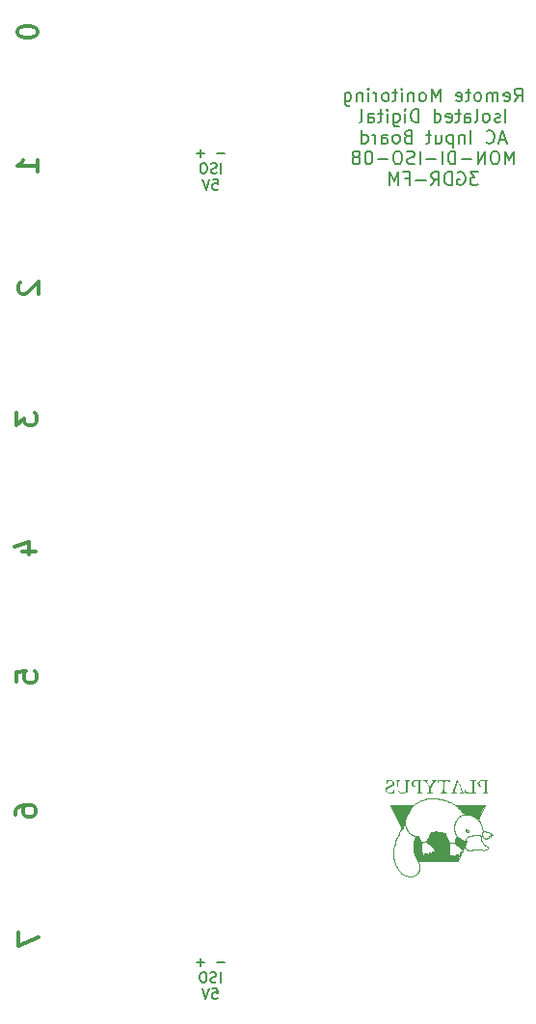
<source format=gbr>
%TF.GenerationSoftware,KiCad,Pcbnew,9.0.2*%
%TF.CreationDate,2025-07-04T16:18:25+10:00*%
%TF.ProjectId,v8a_equip_digital_in_iso,7638615f-6571-4756-9970-5f6469676974,rev?*%
%TF.SameCoordinates,Original*%
%TF.FileFunction,Legend,Bot*%
%TF.FilePolarity,Positive*%
%FSLAX46Y46*%
G04 Gerber Fmt 4.6, Leading zero omitted, Abs format (unit mm)*
G04 Created by KiCad (PCBNEW 9.0.2) date 2025-07-04 16:18:25*
%MOMM*%
%LPD*%
G01*
G04 APERTURE LIST*
%ADD10C,0.066145*%
%ADD11C,0.053477*%
%ADD12C,0.304800*%
%ADD13C,0.203200*%
%ADD14C,0.177800*%
%ADD15C,0.100000*%
%ADD16C,2.100000*%
%ADD17R,1.700000X1.700000*%
%ADD18C,1.700000*%
%ADD19C,3.500000*%
%ADD20R,1.000000X1.000000*%
%ADD21C,1.000000*%
%ADD22R,1.600000X1.600000*%
%ADD23C,1.600000*%
G04 APERTURE END LIST*
D10*
X41968407Y-74972571D02*
X42094312Y-74978870D01*
X42226051Y-74990313D01*
X42362657Y-75007048D01*
X42503163Y-75029227D01*
X42646600Y-75057000D01*
X42792002Y-75090515D01*
X42938400Y-75129925D01*
X43084828Y-75175378D01*
X43230318Y-75227025D01*
X43373902Y-75285016D01*
X43514613Y-75349500D01*
X43651483Y-75420629D01*
X43707643Y-75452902D01*
X43760850Y-75485499D01*
X43811289Y-75518378D01*
X43859145Y-75551499D01*
X43947847Y-75618298D01*
X44028431Y-75685562D01*
X44102375Y-75752957D01*
X44171155Y-75820151D01*
X44299132Y-75952603D01*
X44361283Y-76017195D01*
X44424178Y-76080252D01*
X44489293Y-76141443D01*
X44558106Y-76200434D01*
X44632094Y-76256892D01*
X44671490Y-76284067D01*
X44712733Y-76310484D01*
X44756008Y-76336100D01*
X44801500Y-76360876D01*
X44849394Y-76384768D01*
X44899873Y-76407736D01*
X44844352Y-76400595D01*
X44790366Y-76396885D01*
X44737912Y-76396460D01*
X44686987Y-76399179D01*
X44637586Y-76404898D01*
X44589706Y-76413473D01*
X44543343Y-76424762D01*
X44498493Y-76438621D01*
X44455154Y-76454907D01*
X44413321Y-76473477D01*
X44372990Y-76494187D01*
X44334158Y-76516895D01*
X44296821Y-76541457D01*
X44260976Y-76567729D01*
X44226618Y-76595570D01*
X44193745Y-76624835D01*
X44132437Y-76687065D01*
X44077021Y-76753274D01*
X44027469Y-76822317D01*
X43983752Y-76893047D01*
X43945839Y-76964319D01*
X43913701Y-77034987D01*
X43887310Y-77103905D01*
X43866636Y-77169927D01*
X43848292Y-77239498D01*
X43832818Y-77309475D01*
X43820444Y-77379797D01*
X43811401Y-77450400D01*
X43805920Y-77521223D01*
X43804233Y-77592204D01*
X43806569Y-77663279D01*
X43813160Y-77734388D01*
X43824237Y-77805467D01*
X43840030Y-77876455D01*
X43860770Y-77947289D01*
X43886689Y-78017906D01*
X43918018Y-78088246D01*
X43954986Y-78158245D01*
X43997825Y-78227841D01*
X44046766Y-78296972D01*
X44029098Y-78336511D01*
X44010968Y-78373034D01*
X43992619Y-78407097D01*
X43974291Y-78439257D01*
X43938670Y-78500092D01*
X43921860Y-78529880D01*
X43906039Y-78559990D01*
X43891450Y-78590979D01*
X43878334Y-78623403D01*
X43872404Y-78640326D01*
X43866933Y-78657818D01*
X43861951Y-78675946D01*
X43857489Y-78694781D01*
X43853577Y-78714391D01*
X43850244Y-78734848D01*
X43847522Y-78756219D01*
X43845440Y-78778576D01*
X43844028Y-78801986D01*
X43843318Y-78826521D01*
X43843338Y-78852249D01*
X43844120Y-78879239D01*
X43783383Y-78885158D01*
X43728803Y-78889552D01*
X43677624Y-78892072D01*
X43652448Y-78892519D01*
X43627089Y-78892365D01*
X43601203Y-78891566D01*
X43574444Y-78890079D01*
X43546469Y-78887860D01*
X43516932Y-78884864D01*
X43485490Y-78881048D01*
X43451798Y-78876368D01*
X43376285Y-78864240D01*
X43366746Y-78836966D01*
X43356466Y-78810398D01*
X43333950Y-78759154D01*
X43309264Y-78710064D01*
X43282937Y-78662679D01*
X43255495Y-78616554D01*
X43227467Y-78571241D01*
X43171764Y-78481268D01*
X43145143Y-78435714D01*
X43120047Y-78389187D01*
X43097004Y-78341239D01*
X43076540Y-78291424D01*
X43067441Y-78265677D01*
X43059184Y-78239296D01*
X43051836Y-78212225D01*
X43045464Y-78184408D01*
X43040131Y-78155789D01*
X43035906Y-78126313D01*
X43032854Y-78095924D01*
X43031040Y-78064565D01*
X42988426Y-78045788D01*
X42934638Y-78026342D01*
X42870992Y-78006727D01*
X42798803Y-77987445D01*
X42719388Y-77968999D01*
X42634061Y-77951888D01*
X42544139Y-77936615D01*
X42450937Y-77923682D01*
X42355771Y-77913589D01*
X42259956Y-77906838D01*
X42164808Y-77903931D01*
X42071643Y-77905370D01*
X41981776Y-77911655D01*
X41896522Y-77923288D01*
X41817198Y-77940771D01*
X41780171Y-77951863D01*
X41745120Y-77964605D01*
X41745122Y-77964612D01*
X41722551Y-78036741D01*
X41696606Y-78105177D01*
X41668014Y-78170090D01*
X41637506Y-78231654D01*
X41605811Y-78290041D01*
X41573658Y-78345422D01*
X41510893Y-78447856D01*
X41455048Y-78540333D01*
X41431543Y-78583268D01*
X41411956Y-78624230D01*
X41397015Y-78663390D01*
X41391515Y-78682349D01*
X41387451Y-78700922D01*
X41384912Y-78719131D01*
X41383992Y-78736997D01*
X41384779Y-78754542D01*
X41387367Y-78771787D01*
X41285420Y-78799745D01*
X41231690Y-78813255D01*
X41203470Y-78819380D01*
X41174091Y-78824890D01*
X41143363Y-78829639D01*
X41111096Y-78833480D01*
X41077100Y-78836266D01*
X41041183Y-78837852D01*
X41003156Y-78838090D01*
X40962827Y-78836835D01*
X40920006Y-78833940D01*
X40874502Y-78829259D01*
X40873218Y-78817263D01*
X40870825Y-78804716D01*
X40867400Y-78791637D01*
X40863021Y-78778045D01*
X40851713Y-78749405D01*
X40837525Y-78718953D01*
X40821079Y-78686847D01*
X40802998Y-78653243D01*
X40764425Y-78582173D01*
X40745179Y-78545021D01*
X40726790Y-78507002D01*
X40709882Y-78468273D01*
X40695077Y-78428991D01*
X40688659Y-78409192D01*
X40682999Y-78389313D01*
X40678177Y-78369376D01*
X40674271Y-78349398D01*
X40671357Y-78329400D01*
X40669515Y-78309402D01*
X40668821Y-78289423D01*
X40669354Y-78269483D01*
X40631977Y-78274103D01*
X40596554Y-78277629D01*
X40562750Y-78280020D01*
X40530232Y-78281237D01*
X40498668Y-78281238D01*
X40467722Y-78279983D01*
X40437062Y-78277433D01*
X40406355Y-78273546D01*
X40375266Y-78268284D01*
X40343463Y-78261604D01*
X40310612Y-78253467D01*
X40276379Y-78243833D01*
X40240431Y-78232662D01*
X40202435Y-78219913D01*
X40162056Y-78205545D01*
X40118962Y-78189519D01*
X40088639Y-78176457D01*
X40057798Y-78160752D01*
X40026566Y-78142482D01*
X39995070Y-78121730D01*
X39963436Y-78098574D01*
X39931792Y-78073096D01*
X39900264Y-78045374D01*
X39868979Y-78015489D01*
X39838065Y-77983521D01*
X39807647Y-77949550D01*
X39777854Y-77913657D01*
X39748811Y-77875921D01*
X39720646Y-77836422D01*
X39693485Y-77795241D01*
X39667456Y-77752457D01*
X39642685Y-77708151D01*
X39619300Y-77662403D01*
X39597427Y-77615292D01*
X39577192Y-77566900D01*
X39558724Y-77517305D01*
X39542149Y-77466588D01*
X39527593Y-77414830D01*
X39515184Y-77362109D01*
X39505048Y-77308507D01*
X39497313Y-77254103D01*
X39492105Y-77198978D01*
X39489551Y-77143211D01*
X39489779Y-77086883D01*
X39492914Y-77030073D01*
X39499084Y-76972862D01*
X39508416Y-76915330D01*
X39521037Y-76857557D01*
X39557316Y-76723150D01*
X39601123Y-76585068D01*
X39653418Y-76444614D01*
X39715160Y-76303091D01*
X39787310Y-76161802D01*
X39870827Y-76022051D01*
X39966673Y-75885141D01*
X40019519Y-75818158D01*
X40075807Y-75752374D01*
X40135658Y-75687952D01*
X40199190Y-75625055D01*
X40266525Y-75563845D01*
X40337781Y-75504486D01*
X40413080Y-75447140D01*
X40492541Y-75391970D01*
X40576285Y-75339139D01*
X40664430Y-75288810D01*
X40757098Y-75241147D01*
X40854408Y-75196311D01*
X40956481Y-75154466D01*
X41063435Y-75115774D01*
X41175393Y-75080399D01*
X41292472Y-75048503D01*
X41414794Y-75020250D01*
X41542478Y-74995802D01*
X41635371Y-74983030D01*
X41737969Y-74974801D01*
X41849303Y-74971264D01*
X41968407Y-74972571D01*
X41390706Y-78788181D02*
X41399766Y-78801776D01*
X41419909Y-78828127D01*
X41442545Y-78853483D01*
X41467424Y-78877989D01*
X41494296Y-78901793D01*
X41522913Y-78925040D01*
X41553025Y-78947877D01*
X41584383Y-78970451D01*
X41717290Y-79061038D01*
X41784741Y-79108558D01*
X41817844Y-79133387D01*
X41850198Y-79159124D01*
X41865728Y-79172573D01*
X41880880Y-79187090D01*
X41895646Y-79202588D01*
X41910016Y-79218977D01*
X41937524Y-79254079D01*
X41963324Y-79291687D01*
X41987336Y-79331097D01*
X42009479Y-79371602D01*
X42029672Y-79412495D01*
X42047835Y-79453069D01*
X42063888Y-79492618D01*
X42077749Y-79530436D01*
X42089338Y-79565816D01*
X42098574Y-79598051D01*
X42105378Y-79626435D01*
X42109668Y-79650262D01*
X42111363Y-79668825D01*
X42111213Y-79675911D01*
X42110384Y-79681417D01*
X42108211Y-79685685D01*
X42105463Y-79689152D01*
X42102165Y-79691862D01*
X42098344Y-79693863D01*
X42094024Y-79695201D01*
X42089231Y-79695923D01*
X42083991Y-79696076D01*
X42078329Y-79695707D01*
X42065845Y-79693587D01*
X42051982Y-79689936D01*
X42036947Y-79685129D01*
X42020945Y-79679539D01*
X41986858Y-79667502D01*
X41969184Y-79661802D01*
X41951364Y-79656812D01*
X41933602Y-79652906D01*
X41916105Y-79650458D01*
X41907519Y-79649897D01*
X41899076Y-79649840D01*
X41890802Y-79650334D01*
X41882722Y-79651426D01*
X41875101Y-79653503D01*
X41868168Y-79656421D01*
X41861890Y-79660124D01*
X41856238Y-79664560D01*
X41851179Y-79669675D01*
X41846682Y-79675416D01*
X41842717Y-79681728D01*
X41839252Y-79688559D01*
X41836256Y-79695855D01*
X41833698Y-79703563D01*
X41831547Y-79711628D01*
X41829772Y-79719997D01*
X41827223Y-79737434D01*
X41825803Y-79755447D01*
X41825262Y-79773605D01*
X41825352Y-79791482D01*
X41826427Y-79824677D01*
X41827034Y-79851605D01*
X41826539Y-79861649D01*
X41825179Y-79868840D01*
X41822702Y-79870490D01*
X41819966Y-79871258D01*
X41816976Y-79871200D01*
X41813735Y-79870373D01*
X41810249Y-79868832D01*
X41806522Y-79866633D01*
X41798363Y-79860485D01*
X41789295Y-79852374D01*
X41779355Y-79842748D01*
X41757005Y-79820736D01*
X41744669Y-79809243D01*
X41731607Y-79798021D01*
X41717856Y-79787517D01*
X41710733Y-79782673D01*
X41703452Y-79778176D01*
X41696017Y-79774082D01*
X41688433Y-79770447D01*
X41680704Y-79767325D01*
X41672835Y-79764774D01*
X41664830Y-79762849D01*
X41656695Y-79761606D01*
X41648433Y-79761100D01*
X41640049Y-79761388D01*
X41631624Y-79762763D01*
X41623692Y-79764977D01*
X41616232Y-79767975D01*
X41609226Y-79771703D01*
X41602651Y-79776106D01*
X41596489Y-79781130D01*
X41590719Y-79786720D01*
X41585322Y-79792822D01*
X41580276Y-79799382D01*
X41575561Y-79806345D01*
X41571158Y-79813657D01*
X41567047Y-79821263D01*
X41559617Y-79837139D01*
X41553111Y-79853539D01*
X41547367Y-79870026D01*
X41542225Y-79886166D01*
X41533097Y-79915661D01*
X41528790Y-79928145D01*
X41524439Y-79938539D01*
X41522196Y-79942816D01*
X41519882Y-79946407D01*
X41517476Y-79949258D01*
X41514959Y-79951314D01*
X41511345Y-79953132D01*
X41507537Y-79953497D01*
X41503531Y-79952510D01*
X41499323Y-79950270D01*
X41494910Y-79946876D01*
X41490288Y-79942430D01*
X41480403Y-79930775D01*
X41431774Y-79861975D01*
X41417199Y-79843219D01*
X41401597Y-79825437D01*
X41393402Y-79817160D01*
X41384939Y-79809426D01*
X41376206Y-79802335D01*
X41367197Y-79795985D01*
X41357910Y-79790478D01*
X41348341Y-79785912D01*
X41338486Y-79782388D01*
X41328341Y-79780005D01*
X41317904Y-79778863D01*
X41307169Y-79779061D01*
X41296134Y-79780700D01*
X41284795Y-79783879D01*
X41273826Y-79788262D01*
X41263422Y-79793402D01*
X41253560Y-79799239D01*
X41244219Y-79805711D01*
X41235376Y-79812756D01*
X41227010Y-79820311D01*
X41219098Y-79828317D01*
X41211618Y-79836709D01*
X41204549Y-79845428D01*
X41197868Y-79854411D01*
X41185584Y-79872921D01*
X41174589Y-79891746D01*
X41164709Y-79910392D01*
X41147588Y-79945169D01*
X41139994Y-79960311D01*
X41132812Y-79973297D01*
X41129319Y-79978827D01*
X41125863Y-79983633D01*
X41122422Y-79987652D01*
X41118974Y-79990824D01*
X41115496Y-79993085D01*
X41111967Y-79994376D01*
X41108365Y-79994633D01*
X41104667Y-79993795D01*
X41084494Y-79982999D01*
X41065690Y-79968110D01*
X41048200Y-79949369D01*
X41031971Y-79927018D01*
X41016950Y-79901297D01*
X41003083Y-79872448D01*
X40978597Y-79806328D01*
X40958084Y-79730589D01*
X40941114Y-79647159D01*
X40927260Y-79557967D01*
X40916092Y-79464942D01*
X40900100Y-79275112D01*
X40889707Y-79093100D01*
X40881484Y-78934341D01*
X40872000Y-78814267D01*
X40909283Y-78816728D01*
X40946055Y-78818494D01*
X40982270Y-78819571D01*
X41017884Y-78819967D01*
X41052852Y-78819690D01*
X41087132Y-78818747D01*
X41120679Y-78817145D01*
X41153449Y-78814891D01*
X41185399Y-78811993D01*
X41216483Y-78808458D01*
X41246658Y-78804294D01*
X41275881Y-78799507D01*
X41304107Y-78794105D01*
X41331292Y-78788095D01*
X41357392Y-78781485D01*
X41382363Y-78774282D01*
X41390706Y-78788181D01*
D11*
X42266946Y-77904788D02*
X42362754Y-77911541D01*
X42457912Y-77921637D01*
X42551107Y-77934573D01*
X42641022Y-77949849D01*
X42726341Y-77966962D01*
X42805750Y-77985411D01*
X42877934Y-78004695D01*
X42941576Y-78024311D01*
X42995361Y-78043759D01*
X43037974Y-78062536D01*
X43039788Y-78093895D01*
X43042841Y-78124284D01*
X43047068Y-78153759D01*
X43052401Y-78182376D01*
X43058776Y-78210191D01*
X43066126Y-78237260D01*
X43074385Y-78263638D01*
X43083487Y-78289381D01*
X43103957Y-78339188D01*
X43127007Y-78387127D01*
X43152110Y-78433645D01*
X43178738Y-78479188D01*
X43234457Y-78569141D01*
X43262491Y-78614444D01*
X43289938Y-78660561D01*
X43316270Y-78707938D01*
X43340959Y-78757023D01*
X43363477Y-78808263D01*
X43373757Y-78834830D01*
X43383296Y-78862104D01*
X43384102Y-78862268D01*
X43384844Y-78862398D01*
X43385541Y-78862505D01*
X43386216Y-78862601D01*
X43386890Y-78862696D01*
X43387583Y-78862804D01*
X43388318Y-78862936D01*
X43389114Y-78863103D01*
X43396382Y-78907636D01*
X43401338Y-78953311D01*
X43404228Y-78999867D01*
X43405297Y-79047045D01*
X43404793Y-79094584D01*
X43402960Y-79142224D01*
X43396295Y-79236767D01*
X43377857Y-79415616D01*
X43370021Y-79495758D01*
X43367310Y-79532598D01*
X43365732Y-79566938D01*
X43365779Y-79601041D01*
X43366810Y-79637350D01*
X43368751Y-79675256D01*
X43371530Y-79714151D01*
X43375072Y-79753428D01*
X43379303Y-79792478D01*
X43384151Y-79830693D01*
X43389541Y-79867467D01*
X43395401Y-79902191D01*
X43401656Y-79934257D01*
X43408233Y-79963057D01*
X43415058Y-79987984D01*
X43422058Y-80008430D01*
X43429159Y-80023787D01*
X43432724Y-80029367D01*
X43436288Y-80033447D01*
X43439839Y-80035950D01*
X43443370Y-80036802D01*
X43447771Y-80037608D01*
X43452071Y-80037716D01*
X43456287Y-80037173D01*
X43460436Y-80036028D01*
X43464536Y-80034328D01*
X43468603Y-80032122D01*
X43472653Y-80029457D01*
X43476705Y-80026382D01*
X43484881Y-80019194D01*
X43493264Y-80010940D01*
X43511198Y-79992775D01*
X43521021Y-79983632D01*
X43526206Y-79979214D01*
X43531595Y-79974962D01*
X43537207Y-79970924D01*
X43543057Y-79967148D01*
X43549163Y-79963682D01*
X43555541Y-79960574D01*
X43562210Y-79957873D01*
X43569185Y-79955626D01*
X43576483Y-79953881D01*
X43584123Y-79952687D01*
X43592120Y-79952091D01*
X43600491Y-79952141D01*
X43609254Y-79952886D01*
X43618426Y-79954374D01*
X43627919Y-79956514D01*
X43637175Y-79959163D01*
X43646202Y-79962289D01*
X43655012Y-79965860D01*
X43663615Y-79969842D01*
X43672022Y-79974204D01*
X43680243Y-79978912D01*
X43688288Y-79983935D01*
X43696169Y-79989240D01*
X43703896Y-79994794D01*
X43718928Y-80006520D01*
X43733469Y-80018854D01*
X43747604Y-80031535D01*
X43774990Y-80056902D01*
X43788409Y-80069067D01*
X43801758Y-80080540D01*
X43815122Y-80091062D01*
X43821835Y-80095884D01*
X43828583Y-80100372D01*
X43835377Y-80104491D01*
X43842227Y-80108210D01*
X43849144Y-80111496D01*
X43856138Y-80114316D01*
X43862399Y-80113146D01*
X43868080Y-80111080D01*
X43873232Y-80108173D01*
X43877907Y-80104481D01*
X43882155Y-80100060D01*
X43886026Y-80094966D01*
X43889572Y-80089255D01*
X43892844Y-80082983D01*
X43898767Y-80068977D01*
X43904203Y-80053397D01*
X43915239Y-80019300D01*
X43921653Y-80001676D01*
X43929207Y-79984265D01*
X43933538Y-79975779D01*
X43938307Y-79967514D01*
X43943565Y-79959525D01*
X43949361Y-79951869D01*
X43955748Y-79944601D01*
X43962775Y-79937777D01*
X43970494Y-79931453D01*
X43978956Y-79925686D01*
X43988212Y-79920530D01*
X43998311Y-79916042D01*
X44009306Y-79912277D01*
X44021247Y-79909291D01*
X44027903Y-79908492D01*
X44035178Y-79908405D01*
X44043029Y-79908979D01*
X44051416Y-79910165D01*
X44069634Y-79914173D01*
X44089501Y-79920029D01*
X44110687Y-79927336D01*
X44132862Y-79935693D01*
X44178862Y-79953963D01*
X44224861Y-79971646D01*
X44247036Y-79979270D01*
X44268221Y-79985551D01*
X44288087Y-79990089D01*
X44297422Y-79991579D01*
X44306303Y-79992485D01*
X44314690Y-79992755D01*
X44322541Y-79992340D01*
X44329815Y-79991190D01*
X44336470Y-79989255D01*
X44339823Y-79987509D01*
X44342418Y-79985097D01*
X44344318Y-79982040D01*
X44345586Y-79978359D01*
X44346286Y-79974077D01*
X44346481Y-79969214D01*
X44345608Y-79957832D01*
X44334559Y-79893385D01*
X44332438Y-79873403D01*
X44331585Y-79852215D01*
X44332506Y-79829996D01*
X44333790Y-79818552D01*
X44335707Y-79806915D01*
X44338321Y-79795106D01*
X44341694Y-79783146D01*
X44345891Y-79771057D01*
X44350974Y-79758860D01*
X44357006Y-79746577D01*
X44364051Y-79734229D01*
X44372173Y-79721837D01*
X44381433Y-79709424D01*
X44384821Y-79705467D01*
X44388274Y-79701726D01*
X44391789Y-79698196D01*
X44395363Y-79694870D01*
X44398992Y-79691744D01*
X44402674Y-79688810D01*
X44410184Y-79683499D01*
X44417868Y-79678890D01*
X44425702Y-79674936D01*
X44433660Y-79671591D01*
X44441720Y-79668806D01*
X44449855Y-79666536D01*
X44458042Y-79664733D01*
X44466256Y-79663351D01*
X44474473Y-79662343D01*
X44482668Y-79661661D01*
X44490817Y-79661259D01*
X44498896Y-79661090D01*
X44506879Y-79661107D01*
X44410370Y-79861348D01*
X44119560Y-80458471D01*
X40588690Y-80459607D01*
X40485509Y-80263878D01*
X40433636Y-80157194D01*
X40408259Y-80100083D01*
X40383495Y-80039862D01*
X40359524Y-79976085D01*
X40336526Y-79908305D01*
X40314681Y-79836074D01*
X40294169Y-79758947D01*
X40275169Y-79676475D01*
X40257863Y-79588211D01*
X40242429Y-79493709D01*
X40229048Y-79392522D01*
X40223855Y-79340194D01*
X40220500Y-79287958D01*
X40218873Y-79235917D01*
X40218863Y-79184173D01*
X40220361Y-79132830D01*
X40223257Y-79081990D01*
X40227442Y-79031757D01*
X40232807Y-78982233D01*
X40246634Y-78885725D01*
X40263862Y-78793290D01*
X40283613Y-78705750D01*
X40305009Y-78623929D01*
X40327174Y-78548651D01*
X40349231Y-78480738D01*
X40370300Y-78421015D01*
X40389507Y-78370304D01*
X40418819Y-78299213D01*
X40430150Y-78274053D01*
X40459690Y-78277573D01*
X40488408Y-78279689D01*
X40516892Y-78280483D01*
X40545730Y-78280034D01*
X40575508Y-78278424D01*
X40606815Y-78275733D01*
X40640237Y-78272042D01*
X40676363Y-78267430D01*
X40675823Y-78286871D01*
X40676444Y-78306345D01*
X40678154Y-78325836D01*
X40680882Y-78345323D01*
X40684555Y-78364791D01*
X40689102Y-78384220D01*
X40694451Y-78403593D01*
X40700531Y-78422892D01*
X40714596Y-78461195D01*
X40730722Y-78498985D01*
X40748336Y-78536118D01*
X40766865Y-78572451D01*
X40838656Y-78706893D01*
X40853154Y-78737062D01*
X40865125Y-78765567D01*
X40873996Y-78792263D01*
X40877089Y-78804888D01*
X40879192Y-78817006D01*
X40888546Y-78937982D01*
X40896760Y-79096750D01*
X40907219Y-79278110D01*
X40923307Y-79466861D01*
X40934518Y-79559257D01*
X40948405Y-79647800D01*
X40965391Y-79730590D01*
X40985898Y-79805726D01*
X40997605Y-79839831D01*
X41010351Y-79871309D01*
X41024188Y-79899924D01*
X41039170Y-79925438D01*
X41055350Y-79947614D01*
X41072781Y-79966214D01*
X41091514Y-79981000D01*
X41111604Y-79991735D01*
X41115302Y-79992573D01*
X41118905Y-79992316D01*
X41122435Y-79991025D01*
X41125914Y-79988763D01*
X41129365Y-79985591D01*
X41132808Y-79981571D01*
X41139763Y-79971234D01*
X41146952Y-79958246D01*
X41154554Y-79943101D01*
X41171693Y-79908321D01*
X41181582Y-79889673D01*
X41192584Y-79870845D01*
X41204876Y-79852333D01*
X41211561Y-79843350D01*
X41218633Y-79834630D01*
X41226116Y-79826237D01*
X41234031Y-79818231D01*
X41242400Y-79810674D01*
X41251245Y-79803629D01*
X41260588Y-79797157D01*
X41270451Y-79791320D01*
X41280856Y-79786179D01*
X41291824Y-79781797D01*
X41303163Y-79778617D01*
X41314198Y-79776978D01*
X41324931Y-79776780D01*
X41335368Y-79777922D01*
X41345511Y-79780305D01*
X41355364Y-79783829D01*
X41364931Y-79788395D01*
X41374215Y-79793902D01*
X41383221Y-79800252D01*
X41391952Y-79807343D01*
X41400411Y-79815077D01*
X41408603Y-79823354D01*
X41424198Y-79841136D01*
X41438767Y-79859892D01*
X41487371Y-79928693D01*
X41497251Y-79940347D01*
X41501871Y-79944794D01*
X41506283Y-79948187D01*
X41510489Y-79950427D01*
X41514494Y-79951414D01*
X41518302Y-79951049D01*
X41521916Y-79949231D01*
X41524433Y-79947176D01*
X41526838Y-79944326D01*
X41529152Y-79940735D01*
X41531394Y-79936459D01*
X41535743Y-79926067D01*
X41540048Y-79913585D01*
X41549171Y-79884094D01*
X41554311Y-79867956D01*
X41560051Y-79851470D01*
X41566554Y-79835072D01*
X41573981Y-79819197D01*
X41578091Y-79811592D01*
X41582493Y-79804282D01*
X41587206Y-79797319D01*
X41592251Y-79790760D01*
X41597647Y-79784658D01*
X41603416Y-79779068D01*
X41609577Y-79774045D01*
X41616150Y-79769642D01*
X41623156Y-79765915D01*
X41630615Y-79762917D01*
X41638547Y-79760703D01*
X41646971Y-79759328D01*
X41655355Y-79759040D01*
X41663617Y-79759546D01*
X41671753Y-79760790D01*
X41679757Y-79762716D01*
X41687626Y-79765268D01*
X41695355Y-79768390D01*
X41702940Y-79772027D01*
X41710374Y-79776122D01*
X41717655Y-79780620D01*
X41724778Y-79785465D01*
X41731737Y-79790602D01*
X41738529Y-79795973D01*
X41751592Y-79807198D01*
X41763928Y-79818694D01*
X41786278Y-79840713D01*
X41796218Y-79850341D01*
X41805286Y-79858454D01*
X41809481Y-79861802D01*
X41813445Y-79864604D01*
X41817172Y-79866803D01*
X41820658Y-79868345D01*
X41823898Y-79869172D01*
X41826889Y-79869229D01*
X41829624Y-79868461D01*
X41832101Y-79866811D01*
X41832905Y-79863598D01*
X41833462Y-79859619D01*
X41833960Y-79849575D01*
X41833362Y-79822646D01*
X41832300Y-79789450D01*
X41832217Y-79771572D01*
X41832764Y-79753412D01*
X41834191Y-79735399D01*
X41836747Y-79717961D01*
X41838525Y-79709591D01*
X41840680Y-79701525D01*
X41843240Y-79693817D01*
X41846239Y-79686520D01*
X41849706Y-79679689D01*
X41853674Y-79673375D01*
X41858172Y-79667634D01*
X41863233Y-79662518D01*
X41868887Y-79658082D01*
X41875165Y-79654377D01*
X41882099Y-79651459D01*
X41889720Y-79649381D01*
X41897800Y-79648290D01*
X41906074Y-79647796D01*
X41914516Y-79647853D01*
X41923101Y-79648415D01*
X41931804Y-79649433D01*
X41940598Y-79650863D01*
X41949458Y-79652657D01*
X41958358Y-79654768D01*
X41976176Y-79659757D01*
X41993848Y-79665456D01*
X42027931Y-79677489D01*
X42043931Y-79683078D01*
X42058964Y-79687883D01*
X42072824Y-79691532D01*
X42079251Y-79692806D01*
X42085307Y-79693650D01*
X42090968Y-79694019D01*
X42096207Y-79693865D01*
X42100999Y-79693142D01*
X42105319Y-79691804D01*
X42109140Y-79689802D01*
X42112437Y-79687092D01*
X42115185Y-79683626D01*
X42117357Y-79679357D01*
X42118336Y-79666764D01*
X42116641Y-79648201D01*
X42112351Y-79624373D01*
X42105547Y-79595987D01*
X42096310Y-79563750D01*
X42084720Y-79528368D01*
X42070859Y-79490548D01*
X42054806Y-79450997D01*
X42036642Y-79410420D01*
X42016448Y-79369525D01*
X41994304Y-79329017D01*
X41970292Y-79289605D01*
X41944491Y-79251994D01*
X41916982Y-79216890D01*
X41887847Y-79185001D01*
X41872694Y-79170483D01*
X41857164Y-79157033D01*
X41824811Y-79131297D01*
X41791710Y-79106468D01*
X41758111Y-79082400D01*
X41724264Y-79058947D01*
X41591368Y-78968352D01*
X41560013Y-78945777D01*
X41529904Y-78922938D01*
X41501290Y-78899689D01*
X41474420Y-78875884D01*
X41449543Y-78851377D01*
X41426908Y-78826020D01*
X41416509Y-78812978D01*
X41406764Y-78799669D01*
X41397705Y-78786074D01*
X41389361Y-78772176D01*
X41385915Y-78773161D01*
X41382324Y-78774069D01*
X41378630Y-78774923D01*
X41374873Y-78775746D01*
X41367336Y-78777381D01*
X41363638Y-78778237D01*
X41360041Y-78779149D01*
X41377210Y-78774375D01*
X41385830Y-78772006D01*
X41394405Y-78769727D01*
X41391817Y-78752482D01*
X41391029Y-78734938D01*
X41391949Y-78717072D01*
X41394487Y-78698864D01*
X41398550Y-78680291D01*
X41404049Y-78661332D01*
X41418988Y-78622172D01*
X41438573Y-78581210D01*
X41462076Y-78538274D01*
X41517916Y-78445795D01*
X41580676Y-78343359D01*
X41612828Y-78287977D01*
X41644522Y-78229589D01*
X41675029Y-78168024D01*
X41703619Y-78103110D01*
X41729564Y-78034674D01*
X41752135Y-77962545D01*
X41787186Y-77949803D01*
X41824213Y-77938711D01*
X41903534Y-77921229D01*
X41988783Y-77909597D01*
X42078645Y-77903314D01*
X42171805Y-77901878D01*
X42266946Y-77904788D01*
G36*
X42266946Y-77904788D02*
G01*
X42362754Y-77911541D01*
X42457912Y-77921637D01*
X42551107Y-77934573D01*
X42641022Y-77949849D01*
X42726341Y-77966962D01*
X42805750Y-77985411D01*
X42877934Y-78004695D01*
X42941576Y-78024311D01*
X42995361Y-78043759D01*
X43037974Y-78062536D01*
X43039788Y-78093895D01*
X43042841Y-78124284D01*
X43047068Y-78153759D01*
X43052401Y-78182376D01*
X43058776Y-78210191D01*
X43066126Y-78237260D01*
X43074385Y-78263638D01*
X43083487Y-78289381D01*
X43103957Y-78339188D01*
X43127007Y-78387127D01*
X43152110Y-78433645D01*
X43178738Y-78479188D01*
X43234457Y-78569141D01*
X43262491Y-78614444D01*
X43289938Y-78660561D01*
X43316270Y-78707938D01*
X43340959Y-78757023D01*
X43363477Y-78808263D01*
X43373757Y-78834830D01*
X43383296Y-78862104D01*
X43384102Y-78862268D01*
X43384844Y-78862398D01*
X43385541Y-78862505D01*
X43386216Y-78862601D01*
X43386890Y-78862696D01*
X43387583Y-78862804D01*
X43388318Y-78862936D01*
X43389114Y-78863103D01*
X43396382Y-78907636D01*
X43401338Y-78953311D01*
X43404228Y-78999867D01*
X43405297Y-79047045D01*
X43404793Y-79094584D01*
X43402960Y-79142224D01*
X43396295Y-79236767D01*
X43377857Y-79415616D01*
X43370021Y-79495758D01*
X43367310Y-79532598D01*
X43365732Y-79566938D01*
X43365779Y-79601041D01*
X43366810Y-79637350D01*
X43368751Y-79675256D01*
X43371530Y-79714151D01*
X43375072Y-79753428D01*
X43379303Y-79792478D01*
X43384151Y-79830693D01*
X43389541Y-79867467D01*
X43395401Y-79902191D01*
X43401656Y-79934257D01*
X43408233Y-79963057D01*
X43415058Y-79987984D01*
X43422058Y-80008430D01*
X43429159Y-80023787D01*
X43432724Y-80029367D01*
X43436288Y-80033447D01*
X43439839Y-80035950D01*
X43443370Y-80036802D01*
X43447771Y-80037608D01*
X43452071Y-80037716D01*
X43456287Y-80037173D01*
X43460436Y-80036028D01*
X43464536Y-80034328D01*
X43468603Y-80032122D01*
X43472653Y-80029457D01*
X43476705Y-80026382D01*
X43484881Y-80019194D01*
X43493264Y-80010940D01*
X43511198Y-79992775D01*
X43521021Y-79983632D01*
X43526206Y-79979214D01*
X43531595Y-79974962D01*
X43537207Y-79970924D01*
X43543057Y-79967148D01*
X43549163Y-79963682D01*
X43555541Y-79960574D01*
X43562210Y-79957873D01*
X43569185Y-79955626D01*
X43576483Y-79953881D01*
X43584123Y-79952687D01*
X43592120Y-79952091D01*
X43600491Y-79952141D01*
X43609254Y-79952886D01*
X43618426Y-79954374D01*
X43627919Y-79956514D01*
X43637175Y-79959163D01*
X43646202Y-79962289D01*
X43655012Y-79965860D01*
X43663615Y-79969842D01*
X43672022Y-79974204D01*
X43680243Y-79978912D01*
X43688288Y-79983935D01*
X43696169Y-79989240D01*
X43703896Y-79994794D01*
X43718928Y-80006520D01*
X43733469Y-80018854D01*
X43747604Y-80031535D01*
X43774990Y-80056902D01*
X43788409Y-80069067D01*
X43801758Y-80080540D01*
X43815122Y-80091062D01*
X43821835Y-80095884D01*
X43828583Y-80100372D01*
X43835377Y-80104491D01*
X43842227Y-80108210D01*
X43849144Y-80111496D01*
X43856138Y-80114316D01*
X43862399Y-80113146D01*
X43868080Y-80111080D01*
X43873232Y-80108173D01*
X43877907Y-80104481D01*
X43882155Y-80100060D01*
X43886026Y-80094966D01*
X43889572Y-80089255D01*
X43892844Y-80082983D01*
X43898767Y-80068977D01*
X43904203Y-80053397D01*
X43915239Y-80019300D01*
X43921653Y-80001676D01*
X43929207Y-79984265D01*
X43933538Y-79975779D01*
X43938307Y-79967514D01*
X43943565Y-79959525D01*
X43949361Y-79951869D01*
X43955748Y-79944601D01*
X43962775Y-79937777D01*
X43970494Y-79931453D01*
X43978956Y-79925686D01*
X43988212Y-79920530D01*
X43998311Y-79916042D01*
X44009306Y-79912277D01*
X44021247Y-79909291D01*
X44027903Y-79908492D01*
X44035178Y-79908405D01*
X44043029Y-79908979D01*
X44051416Y-79910165D01*
X44069634Y-79914173D01*
X44089501Y-79920029D01*
X44110687Y-79927336D01*
X44132862Y-79935693D01*
X44178862Y-79953963D01*
X44224861Y-79971646D01*
X44247036Y-79979270D01*
X44268221Y-79985551D01*
X44288087Y-79990089D01*
X44297422Y-79991579D01*
X44306303Y-79992485D01*
X44314690Y-79992755D01*
X44322541Y-79992340D01*
X44329815Y-79991190D01*
X44336470Y-79989255D01*
X44339823Y-79987509D01*
X44342418Y-79985097D01*
X44344318Y-79982040D01*
X44345586Y-79978359D01*
X44346286Y-79974077D01*
X44346481Y-79969214D01*
X44345608Y-79957832D01*
X44334559Y-79893385D01*
X44332438Y-79873403D01*
X44331585Y-79852215D01*
X44332506Y-79829996D01*
X44333790Y-79818552D01*
X44335707Y-79806915D01*
X44338321Y-79795106D01*
X44341694Y-79783146D01*
X44345891Y-79771057D01*
X44350974Y-79758860D01*
X44357006Y-79746577D01*
X44364051Y-79734229D01*
X44372173Y-79721837D01*
X44381433Y-79709424D01*
X44384821Y-79705467D01*
X44388274Y-79701726D01*
X44391789Y-79698196D01*
X44395363Y-79694870D01*
X44398992Y-79691744D01*
X44402674Y-79688810D01*
X44410184Y-79683499D01*
X44417868Y-79678890D01*
X44425702Y-79674936D01*
X44433660Y-79671591D01*
X44441720Y-79668806D01*
X44449855Y-79666536D01*
X44458042Y-79664733D01*
X44466256Y-79663351D01*
X44474473Y-79662343D01*
X44482668Y-79661661D01*
X44490817Y-79661259D01*
X44498896Y-79661090D01*
X44506879Y-79661107D01*
X44410370Y-79861348D01*
X44119560Y-80458471D01*
X40588690Y-80459607D01*
X40485509Y-80263878D01*
X40433636Y-80157194D01*
X40408259Y-80100083D01*
X40383495Y-80039862D01*
X40359524Y-79976085D01*
X40336526Y-79908305D01*
X40314681Y-79836074D01*
X40294169Y-79758947D01*
X40275169Y-79676475D01*
X40257863Y-79588211D01*
X40242429Y-79493709D01*
X40229048Y-79392522D01*
X40223855Y-79340194D01*
X40220500Y-79287958D01*
X40218873Y-79235917D01*
X40218863Y-79184173D01*
X40220361Y-79132830D01*
X40223257Y-79081990D01*
X40227442Y-79031757D01*
X40232807Y-78982233D01*
X40246634Y-78885725D01*
X40263862Y-78793290D01*
X40283613Y-78705750D01*
X40305009Y-78623929D01*
X40327174Y-78548651D01*
X40349231Y-78480738D01*
X40370300Y-78421015D01*
X40389507Y-78370304D01*
X40418819Y-78299213D01*
X40430150Y-78274053D01*
X40459690Y-78277573D01*
X40488408Y-78279689D01*
X40516892Y-78280483D01*
X40545730Y-78280034D01*
X40575508Y-78278424D01*
X40606815Y-78275733D01*
X40640237Y-78272042D01*
X40676363Y-78267430D01*
X40675823Y-78286871D01*
X40676444Y-78306345D01*
X40678154Y-78325836D01*
X40680882Y-78345323D01*
X40684555Y-78364791D01*
X40689102Y-78384220D01*
X40694451Y-78403593D01*
X40700531Y-78422892D01*
X40714596Y-78461195D01*
X40730722Y-78498985D01*
X40748336Y-78536118D01*
X40766865Y-78572451D01*
X40838656Y-78706893D01*
X40853154Y-78737062D01*
X40865125Y-78765567D01*
X40873996Y-78792263D01*
X40877089Y-78804888D01*
X40879192Y-78817006D01*
X40888546Y-78937982D01*
X40896760Y-79096750D01*
X40907219Y-79278110D01*
X40923307Y-79466861D01*
X40934518Y-79559257D01*
X40948405Y-79647800D01*
X40965391Y-79730590D01*
X40985898Y-79805726D01*
X40997605Y-79839831D01*
X41010351Y-79871309D01*
X41024188Y-79899924D01*
X41039170Y-79925438D01*
X41055350Y-79947614D01*
X41072781Y-79966214D01*
X41091514Y-79981000D01*
X41111604Y-79991735D01*
X41115302Y-79992573D01*
X41118905Y-79992316D01*
X41122435Y-79991025D01*
X41125914Y-79988763D01*
X41129365Y-79985591D01*
X41132808Y-79981571D01*
X41139763Y-79971234D01*
X41146952Y-79958246D01*
X41154554Y-79943101D01*
X41171693Y-79908321D01*
X41181582Y-79889673D01*
X41192584Y-79870845D01*
X41204876Y-79852333D01*
X41211561Y-79843350D01*
X41218633Y-79834630D01*
X41226116Y-79826237D01*
X41234031Y-79818231D01*
X41242400Y-79810674D01*
X41251245Y-79803629D01*
X41260588Y-79797157D01*
X41270451Y-79791320D01*
X41280856Y-79786179D01*
X41291824Y-79781797D01*
X41303163Y-79778617D01*
X41314198Y-79776978D01*
X41324931Y-79776780D01*
X41335368Y-79777922D01*
X41345511Y-79780305D01*
X41355364Y-79783829D01*
X41364931Y-79788395D01*
X41374215Y-79793902D01*
X41383221Y-79800252D01*
X41391952Y-79807343D01*
X41400411Y-79815077D01*
X41408603Y-79823354D01*
X41424198Y-79841136D01*
X41438767Y-79859892D01*
X41487371Y-79928693D01*
X41497251Y-79940347D01*
X41501871Y-79944794D01*
X41506283Y-79948187D01*
X41510489Y-79950427D01*
X41514494Y-79951414D01*
X41518302Y-79951049D01*
X41521916Y-79949231D01*
X41524433Y-79947176D01*
X41526838Y-79944326D01*
X41529152Y-79940735D01*
X41531394Y-79936459D01*
X41535743Y-79926067D01*
X41540048Y-79913585D01*
X41549171Y-79884094D01*
X41554311Y-79867956D01*
X41560051Y-79851470D01*
X41566554Y-79835072D01*
X41573981Y-79819197D01*
X41578091Y-79811592D01*
X41582493Y-79804282D01*
X41587206Y-79797319D01*
X41592251Y-79790760D01*
X41597647Y-79784658D01*
X41603416Y-79779068D01*
X41609577Y-79774045D01*
X41616150Y-79769642D01*
X41623156Y-79765915D01*
X41630615Y-79762917D01*
X41638547Y-79760703D01*
X41646971Y-79759328D01*
X41655355Y-79759040D01*
X41663617Y-79759546D01*
X41671753Y-79760790D01*
X41679757Y-79762716D01*
X41687626Y-79765268D01*
X41695355Y-79768390D01*
X41702940Y-79772027D01*
X41710374Y-79776122D01*
X41717655Y-79780620D01*
X41724778Y-79785465D01*
X41731737Y-79790602D01*
X41738529Y-79795973D01*
X41751592Y-79807198D01*
X41763928Y-79818694D01*
X41786278Y-79840713D01*
X41796218Y-79850341D01*
X41805286Y-79858454D01*
X41809481Y-79861802D01*
X41813445Y-79864604D01*
X41817172Y-79866803D01*
X41820658Y-79868345D01*
X41823898Y-79869172D01*
X41826889Y-79869229D01*
X41829624Y-79868461D01*
X41832101Y-79866811D01*
X41832905Y-79863598D01*
X41833462Y-79859619D01*
X41833960Y-79849575D01*
X41833362Y-79822646D01*
X41832300Y-79789450D01*
X41832217Y-79771572D01*
X41832764Y-79753412D01*
X41834191Y-79735399D01*
X41836747Y-79717961D01*
X41838525Y-79709591D01*
X41840680Y-79701525D01*
X41843240Y-79693817D01*
X41846239Y-79686520D01*
X41849706Y-79679689D01*
X41853674Y-79673375D01*
X41858172Y-79667634D01*
X41863233Y-79662518D01*
X41868887Y-79658082D01*
X41875165Y-79654377D01*
X41882099Y-79651459D01*
X41889720Y-79649381D01*
X41897800Y-79648290D01*
X41906074Y-79647796D01*
X41914516Y-79647853D01*
X41923101Y-79648415D01*
X41931804Y-79649433D01*
X41940598Y-79650863D01*
X41949458Y-79652657D01*
X41958358Y-79654768D01*
X41976176Y-79659757D01*
X41993848Y-79665456D01*
X42027931Y-79677489D01*
X42043931Y-79683078D01*
X42058964Y-79687883D01*
X42072824Y-79691532D01*
X42079251Y-79692806D01*
X42085307Y-79693650D01*
X42090968Y-79694019D01*
X42096207Y-79693865D01*
X42100999Y-79693142D01*
X42105319Y-79691804D01*
X42109140Y-79689802D01*
X42112437Y-79687092D01*
X42115185Y-79683626D01*
X42117357Y-79679357D01*
X42118336Y-79666764D01*
X42116641Y-79648201D01*
X42112351Y-79624373D01*
X42105547Y-79595987D01*
X42096310Y-79563750D01*
X42084720Y-79528368D01*
X42070859Y-79490548D01*
X42054806Y-79450997D01*
X42036642Y-79410420D01*
X42016448Y-79369525D01*
X41994304Y-79329017D01*
X41970292Y-79289605D01*
X41944491Y-79251994D01*
X41916982Y-79216890D01*
X41887847Y-79185001D01*
X41872694Y-79170483D01*
X41857164Y-79157033D01*
X41824811Y-79131297D01*
X41791710Y-79106468D01*
X41758111Y-79082400D01*
X41724264Y-79058947D01*
X41591368Y-78968352D01*
X41560013Y-78945777D01*
X41529904Y-78922938D01*
X41501290Y-78899689D01*
X41474420Y-78875884D01*
X41449543Y-78851377D01*
X41426908Y-78826020D01*
X41416509Y-78812978D01*
X41406764Y-78799669D01*
X41397705Y-78786074D01*
X41389361Y-78772176D01*
X41385915Y-78773161D01*
X41382324Y-78774069D01*
X41378630Y-78774923D01*
X41374873Y-78775746D01*
X41367336Y-78777381D01*
X41363638Y-78778237D01*
X41360041Y-78779149D01*
X41377210Y-78774375D01*
X41385830Y-78772006D01*
X41394405Y-78769727D01*
X41391817Y-78752482D01*
X41391029Y-78734938D01*
X41391949Y-78717072D01*
X41394487Y-78698864D01*
X41398550Y-78680291D01*
X41404049Y-78661332D01*
X41418988Y-78622172D01*
X41438573Y-78581210D01*
X41462076Y-78538274D01*
X41517916Y-78445795D01*
X41580676Y-78343359D01*
X41612828Y-78287977D01*
X41644522Y-78229589D01*
X41675029Y-78168024D01*
X41703619Y-78103110D01*
X41729564Y-78034674D01*
X41752135Y-77962545D01*
X41787186Y-77949803D01*
X41824213Y-77938711D01*
X41903534Y-77921229D01*
X41988783Y-77909597D01*
X42078645Y-77903314D01*
X42171805Y-77901878D01*
X42266946Y-77904788D01*
G37*
X40240442Y-75573690D02*
X40240434Y-75573690D01*
X40240442Y-75573683D01*
X40240442Y-75573690D01*
G36*
X40240442Y-75573690D02*
G01*
X40240434Y-75573690D01*
X40240442Y-75573683D01*
X40240442Y-75573690D01*
G37*
D10*
X44882986Y-76395439D02*
X44942084Y-76398611D01*
X45001437Y-76404345D01*
X45060919Y-76412639D01*
X45120402Y-76423490D01*
X45179760Y-76436894D01*
X45238868Y-76452848D01*
X45297598Y-76471349D01*
X45355824Y-76492393D01*
X45413420Y-76515978D01*
X45470258Y-76542100D01*
X45526214Y-76570757D01*
X45581160Y-76601944D01*
X45634970Y-76635658D01*
X45687518Y-76671898D01*
X45738677Y-76710658D01*
X45788320Y-76751937D01*
X45836321Y-76795730D01*
X45882555Y-76842035D01*
X45926893Y-76890848D01*
X45969211Y-76942167D01*
X46009381Y-76995987D01*
X46047276Y-77052307D01*
X46082772Y-77111122D01*
X46115741Y-77172430D01*
X46150081Y-77241302D01*
X46181599Y-77308616D01*
X46209995Y-77374860D01*
X46234967Y-77440526D01*
X46256217Y-77506103D01*
X46273442Y-77572084D01*
X46286344Y-77638957D01*
X46294620Y-77707215D01*
X46297971Y-77777346D01*
X46296095Y-77849843D01*
X46288694Y-77925194D01*
X46275465Y-78003892D01*
X46256110Y-78086426D01*
X46230326Y-78173286D01*
X46197814Y-78264965D01*
X46158273Y-78361951D01*
X46152537Y-78347846D01*
X46146133Y-78334568D01*
X46139079Y-78322093D01*
X46131398Y-78310399D01*
X46123108Y-78299463D01*
X46114230Y-78289261D01*
X46104783Y-78279772D01*
X46094789Y-78270971D01*
X46084268Y-78262837D01*
X46073238Y-78255346D01*
X46061722Y-78248476D01*
X46049738Y-78242203D01*
X46024449Y-78231358D01*
X45997532Y-78222630D01*
X45969150Y-78215834D01*
X45939464Y-78210789D01*
X45908633Y-78207310D01*
X45876821Y-78205215D01*
X45844188Y-78204321D01*
X45810895Y-78204444D01*
X45742976Y-78207014D01*
X45646935Y-78214239D01*
X45556666Y-78222877D01*
X45472019Y-78233053D01*
X45392843Y-78244890D01*
X45318988Y-78258514D01*
X45250305Y-78274049D01*
X45217855Y-78282572D01*
X45186642Y-78291619D01*
X45156646Y-78301206D01*
X45127849Y-78311349D01*
X45100232Y-78322063D01*
X45073777Y-78333363D01*
X45048464Y-78345266D01*
X45024274Y-78357786D01*
X45001190Y-78370939D01*
X44979192Y-78384741D01*
X44958261Y-78399208D01*
X44938378Y-78414355D01*
X44919526Y-78430197D01*
X44901684Y-78446750D01*
X44884835Y-78464029D01*
X44868959Y-78482051D01*
X44854037Y-78500831D01*
X44840052Y-78520384D01*
X44826984Y-78540726D01*
X44814814Y-78561872D01*
X44809824Y-78568169D01*
X44805624Y-78574415D01*
X44802180Y-78580616D01*
X44799461Y-78586779D01*
X44797435Y-78592911D01*
X44796069Y-78599018D01*
X44795332Y-78605108D01*
X44795191Y-78611188D01*
X44795614Y-78617264D01*
X44796570Y-78623343D01*
X44798026Y-78629432D01*
X44799950Y-78635538D01*
X44802310Y-78641668D01*
X44805075Y-78647829D01*
X44811687Y-78660269D01*
X44819531Y-78672914D01*
X44828349Y-78685820D01*
X44847885Y-78712630D01*
X44858088Y-78726645D01*
X44868241Y-78741139D01*
X44878086Y-78756168D01*
X44887366Y-78771787D01*
X44810947Y-78749840D01*
X44737857Y-78726210D01*
X44668039Y-78700956D01*
X44601435Y-78674139D01*
X44537988Y-78645817D01*
X44477642Y-78616050D01*
X44420337Y-78584898D01*
X44366019Y-78552420D01*
X44314628Y-78518675D01*
X44266108Y-78483723D01*
X44220402Y-78447623D01*
X44177452Y-78410436D01*
X44137202Y-78372219D01*
X44099593Y-78333034D01*
X44064568Y-78292939D01*
X44032071Y-78251993D01*
X44002044Y-78210258D01*
X43974430Y-78167790D01*
X43949171Y-78124651D01*
X43926210Y-78080900D01*
X43905490Y-78036596D01*
X43886954Y-77991799D01*
X43870544Y-77946568D01*
X43856204Y-77900963D01*
X43833501Y-77808867D01*
X43818388Y-77715988D01*
X43810406Y-77622801D01*
X43809097Y-77529783D01*
X43809096Y-77529783D01*
X43811117Y-77483947D01*
X43814800Y-77438318D01*
X43820092Y-77392955D01*
X43826940Y-77347919D01*
X43835291Y-77303268D01*
X43845090Y-77259064D01*
X43856286Y-77215365D01*
X43868825Y-77172233D01*
X43882655Y-77129727D01*
X43897721Y-77087906D01*
X43913970Y-77046832D01*
X43931351Y-77006563D01*
X43949808Y-76967160D01*
X43969290Y-76928683D01*
X43989744Y-76891191D01*
X44011115Y-76854744D01*
X44033351Y-76819404D01*
X44056399Y-76785228D01*
X44080205Y-76752278D01*
X44104717Y-76720614D01*
X44129881Y-76690294D01*
X44155644Y-76661380D01*
X44181954Y-76633931D01*
X44208756Y-76608007D01*
X44235998Y-76583669D01*
X44263627Y-76560975D01*
X44291589Y-76539986D01*
X44319831Y-76520762D01*
X44348301Y-76503362D01*
X44376944Y-76487848D01*
X44405709Y-76474278D01*
X44434541Y-76462713D01*
X44487050Y-76445266D01*
X44540825Y-76430408D01*
X44595740Y-76418136D01*
X44651669Y-76408445D01*
X44708484Y-76401333D01*
X44766059Y-76396797D01*
X44824269Y-76394833D01*
X44882986Y-76395439D01*
X39501252Y-77228100D02*
X39518958Y-77337012D01*
X39543422Y-77441701D01*
X39574528Y-77541873D01*
X39612159Y-77637232D01*
X39656201Y-77727483D01*
X39706538Y-77812329D01*
X39763053Y-77891476D01*
X39793592Y-77928820D01*
X39825632Y-77964628D01*
X39859160Y-77998863D01*
X39894159Y-78031489D01*
X39930617Y-78062469D01*
X39968519Y-78091765D01*
X40007849Y-78119340D01*
X40048594Y-78145159D01*
X40090740Y-78169183D01*
X40134271Y-78191376D01*
X40179174Y-78211700D01*
X40225434Y-78230120D01*
X40273036Y-78246598D01*
X40321966Y-78261096D01*
X40372209Y-78273579D01*
X40423752Y-78284009D01*
X40423751Y-78284017D01*
X40386822Y-78369191D01*
X40354011Y-78453480D01*
X40300162Y-78619265D01*
X40261038Y-78781100D01*
X40235470Y-78938715D01*
X40222293Y-79091839D01*
X40220337Y-79240200D01*
X40228436Y-79383527D01*
X40245421Y-79521550D01*
X40270127Y-79653998D01*
X40301384Y-79780599D01*
X40338026Y-79901083D01*
X40378886Y-80015179D01*
X40422795Y-80122615D01*
X40468586Y-80223121D01*
X40561145Y-80402257D01*
X40592912Y-80462882D01*
X40625442Y-80531132D01*
X40657274Y-80606044D01*
X40686944Y-80686658D01*
X40712989Y-80772012D01*
X40733948Y-80861143D01*
X40748357Y-80953091D01*
X40752648Y-80999821D01*
X40754753Y-81046894D01*
X40754489Y-81094191D01*
X40751674Y-81141590D01*
X40746124Y-81188973D01*
X40737657Y-81236218D01*
X40726090Y-81283206D01*
X40711240Y-81329816D01*
X40692923Y-81375928D01*
X40670958Y-81421422D01*
X40645162Y-81466178D01*
X40615351Y-81510075D01*
X40581343Y-81552994D01*
X40542955Y-81594814D01*
X40500004Y-81635414D01*
X40452307Y-81674676D01*
X40399681Y-81712478D01*
X40341944Y-81748700D01*
X40307082Y-81767635D01*
X40270950Y-81784265D01*
X40233637Y-81798634D01*
X40195232Y-81810787D01*
X40155825Y-81820767D01*
X40115507Y-81828617D01*
X40074365Y-81834383D01*
X40032490Y-81838106D01*
X39989970Y-81839832D01*
X39946897Y-81839605D01*
X39859445Y-81833463D01*
X39770850Y-81820032D01*
X39681827Y-81799662D01*
X39593093Y-81772705D01*
X39505363Y-81739510D01*
X39419354Y-81700428D01*
X39335782Y-81655810D01*
X39255362Y-81606006D01*
X39178812Y-81551368D01*
X39106846Y-81492246D01*
X39040180Y-81428991D01*
X38990610Y-81375752D01*
X38943629Y-81320479D01*
X38899192Y-81263307D01*
X38857249Y-81204369D01*
X38780662Y-81081737D01*
X38713489Y-80953665D01*
X38655354Y-80821230D01*
X38605879Y-80685513D01*
X38564684Y-80547592D01*
X38531394Y-80408547D01*
X38505629Y-80269456D01*
X38487012Y-80131400D01*
X38475166Y-79995457D01*
X38469712Y-79862706D01*
X38470272Y-79734227D01*
X38476469Y-79611099D01*
X38487925Y-79494401D01*
X38504261Y-79385213D01*
X38551533Y-79156132D01*
X38605560Y-78945224D01*
X38665304Y-78751086D01*
X38729729Y-78572316D01*
X38797798Y-78407511D01*
X38868474Y-78255269D01*
X38940718Y-78114187D01*
X39013495Y-77982864D01*
X39289184Y-77527099D01*
X39349065Y-77423528D01*
X39403256Y-77321300D01*
X39450719Y-77219012D01*
X39490418Y-77115262D01*
X39501252Y-77228100D01*
X44875621Y-77721201D02*
X44880614Y-77721714D01*
X44885757Y-77722493D01*
X44891043Y-77723538D01*
X44896463Y-77724851D01*
X44902008Y-77726431D01*
X44907669Y-77728281D01*
X44913438Y-77730400D01*
X44919306Y-77732791D01*
X44925264Y-77735453D01*
X44931303Y-77738388D01*
X44937415Y-77741596D01*
X44943592Y-77745079D01*
X44949824Y-77748838D01*
X44956102Y-77752872D01*
X44962418Y-77757184D01*
X44962418Y-77757192D01*
X44974812Y-77765934D01*
X44986630Y-77775237D01*
X44997825Y-77785015D01*
X45008350Y-77795185D01*
X45018156Y-77805663D01*
X45027196Y-77816363D01*
X45035423Y-77827203D01*
X45042788Y-77838098D01*
X45049245Y-77848963D01*
X45054745Y-77859715D01*
X45059241Y-77870269D01*
X45062685Y-77880542D01*
X45063998Y-77885546D01*
X45065030Y-77890448D01*
X45065775Y-77895237D01*
X45066227Y-77899903D01*
X45066381Y-77904436D01*
X45066230Y-77908825D01*
X45065769Y-77913058D01*
X45064991Y-77917127D01*
X45063901Y-77921212D01*
X45062512Y-77925034D01*
X45060832Y-77928590D01*
X45058870Y-77931882D01*
X45056636Y-77934909D01*
X45054137Y-77937669D01*
X45051382Y-77940163D01*
X45048381Y-77942391D01*
X45045141Y-77944351D01*
X45041671Y-77946044D01*
X45037981Y-77947468D01*
X45034079Y-77948624D01*
X45029973Y-77949510D01*
X45025673Y-77950128D01*
X45021186Y-77950475D01*
X45016522Y-77950551D01*
X45011690Y-77950357D01*
X45006697Y-77949892D01*
X45001554Y-77949154D01*
X44996268Y-77948145D01*
X44990848Y-77946862D01*
X44985303Y-77945307D01*
X44979642Y-77943478D01*
X44973873Y-77941374D01*
X44968005Y-77938996D01*
X44962047Y-77936343D01*
X44956008Y-77933415D01*
X44949895Y-77930211D01*
X44943719Y-77926730D01*
X44937487Y-77922972D01*
X44931208Y-77918937D01*
X44924891Y-77914625D01*
X44912498Y-77905882D01*
X44900680Y-77896575D01*
X44889485Y-77886785D01*
X44878960Y-77876592D01*
X44869154Y-77866078D01*
X44860114Y-77855321D01*
X44851887Y-77844404D01*
X44844522Y-77833406D01*
X44838065Y-77822408D01*
X44832565Y-77811491D01*
X44828069Y-77800734D01*
X44824625Y-77790219D01*
X44823312Y-77785078D01*
X44822280Y-77780027D01*
X44821535Y-77775077D01*
X44821083Y-77770237D01*
X44820929Y-77765518D01*
X44821080Y-77760930D01*
X44821541Y-77756483D01*
X44822319Y-77752187D01*
X44823409Y-77748329D01*
X44824798Y-77744721D01*
X44826478Y-77741364D01*
X44828440Y-77738258D01*
X44830674Y-77735405D01*
X44833173Y-77732805D01*
X44835928Y-77730460D01*
X44838930Y-77728370D01*
X44842170Y-77726536D01*
X44845639Y-77724960D01*
X44849329Y-77723641D01*
X44853232Y-77722582D01*
X44857338Y-77721782D01*
X44861638Y-77721243D01*
X44866125Y-77720966D01*
X44870789Y-77720951D01*
X44875621Y-77721201D01*
D11*
X45874463Y-76833295D02*
X45822070Y-76782058D01*
X45767510Y-76733982D01*
X45710959Y-76689073D01*
X45652595Y-76647335D01*
X45592596Y-76608774D01*
X45531138Y-76573394D01*
X45468401Y-76541200D01*
X45404560Y-76512196D01*
X45339794Y-76486388D01*
X45274280Y-76463780D01*
X45208195Y-76444376D01*
X45141717Y-76428182D01*
X45075024Y-76415203D01*
X45008293Y-76405442D01*
X44941702Y-76398905D01*
X44875427Y-76395597D01*
X44875427Y-76395605D01*
X44834561Y-76376246D01*
X44795413Y-76356264D01*
X44757879Y-76335683D01*
X44721855Y-76314526D01*
X44653921Y-76270581D01*
X44590778Y-76224616D01*
X44531593Y-76176819D01*
X44475532Y-76127379D01*
X44421763Y-76076485D01*
X44369452Y-76024323D01*
X44158137Y-75806777D01*
X44100625Y-75751107D01*
X44039573Y-75695300D01*
X43974149Y-75639544D01*
X43903520Y-75584028D01*
X46483207Y-75579756D01*
X45874463Y-76833295D01*
G36*
X45874463Y-76833295D02*
G01*
X45822070Y-76782058D01*
X45767510Y-76733982D01*
X45710959Y-76689073D01*
X45652595Y-76647335D01*
X45592596Y-76608774D01*
X45531138Y-76573394D01*
X45468401Y-76541200D01*
X45404560Y-76512196D01*
X45339794Y-76486388D01*
X45274280Y-76463780D01*
X45208195Y-76444376D01*
X45141717Y-76428182D01*
X45075024Y-76415203D01*
X45008293Y-76405442D01*
X44941702Y-76398905D01*
X44875427Y-76395597D01*
X44875427Y-76395605D01*
X44834561Y-76376246D01*
X44795413Y-76356264D01*
X44757879Y-76335683D01*
X44721855Y-76314526D01*
X44653921Y-76270581D01*
X44590778Y-76224616D01*
X44531593Y-76176819D01*
X44475532Y-76127379D01*
X44421763Y-76076485D01*
X44369452Y-76024323D01*
X44158137Y-75806777D01*
X44100625Y-75751107D01*
X44039573Y-75695300D01*
X43974149Y-75639544D01*
X43903520Y-75584028D01*
X46483207Y-75579756D01*
X45874463Y-76833295D01*
G37*
D10*
X43442392Y-78868072D02*
X43499000Y-78876863D01*
X43552500Y-78884423D01*
X43578515Y-78887367D01*
X43604270Y-78889552D01*
X43629937Y-78890830D01*
X43655689Y-78891050D01*
X43681696Y-78890062D01*
X43708133Y-78887716D01*
X43735171Y-78883862D01*
X43762981Y-78878350D01*
X43791738Y-78871031D01*
X43821612Y-78861753D01*
X43862973Y-78905956D01*
X43913621Y-78955445D01*
X44035593Y-79066357D01*
X44311962Y-79308447D01*
X44437628Y-79423928D01*
X44491046Y-79476844D01*
X44535793Y-79525236D01*
X44570074Y-79568122D01*
X44582729Y-79587193D01*
X44592093Y-79604521D01*
X44597943Y-79619982D01*
X44600054Y-79633453D01*
X44598202Y-79644812D01*
X44592162Y-79653936D01*
X44588875Y-79656718D01*
X44585127Y-79659001D01*
X44580943Y-79660830D01*
X44576345Y-79662247D01*
X44571357Y-79663297D01*
X44566001Y-79664022D01*
X44554283Y-79664673D01*
X44497407Y-79662995D01*
X44481621Y-79663243D01*
X44465582Y-79664454D01*
X44457527Y-79665530D01*
X44449478Y-79666976D01*
X44441459Y-79668837D01*
X44433494Y-79671156D01*
X44425606Y-79673977D01*
X44417818Y-79677343D01*
X44410154Y-79681297D01*
X44402637Y-79685883D01*
X44395290Y-79691144D01*
X44388137Y-79697124D01*
X44381202Y-79703867D01*
X44374506Y-79711415D01*
X44365246Y-79723829D01*
X44357125Y-79736220D01*
X44350079Y-79748569D01*
X44344045Y-79760853D01*
X44338961Y-79773052D01*
X44334763Y-79785142D01*
X44331387Y-79797104D01*
X44328771Y-79808915D01*
X44326851Y-79820554D01*
X44325565Y-79831999D01*
X44324638Y-79854224D01*
X44325485Y-79875416D01*
X44327599Y-79895403D01*
X44338623Y-79959868D01*
X44339491Y-79971253D01*
X44339294Y-79976118D01*
X44338593Y-79980402D01*
X44337323Y-79984083D01*
X44335422Y-79987141D01*
X44332827Y-79989554D01*
X44329474Y-79991300D01*
X44322818Y-79993235D01*
X44315544Y-79994385D01*
X44307693Y-79994800D01*
X44299306Y-79994529D01*
X44290424Y-79993624D01*
X44281089Y-79992133D01*
X44261223Y-79987596D01*
X44240037Y-79981315D01*
X44217862Y-79973691D01*
X44171862Y-79956007D01*
X44125863Y-79937738D01*
X44103688Y-79929381D01*
X44082502Y-79922074D01*
X44062635Y-79916217D01*
X44044418Y-79912210D01*
X44036030Y-79911024D01*
X44028179Y-79910449D01*
X44020905Y-79910537D01*
X44014249Y-79911336D01*
X44002308Y-79914321D01*
X43991314Y-79918085D01*
X43981214Y-79922572D01*
X43971958Y-79927726D01*
X43963496Y-79933491D01*
X43955777Y-79939812D01*
X43948749Y-79946632D01*
X43942362Y-79953897D01*
X43936565Y-79961549D01*
X43931307Y-79969534D01*
X43926538Y-79977794D01*
X43922206Y-79986276D01*
X43914651Y-80003677D01*
X43908236Y-80021291D01*
X43897198Y-80055369D01*
X43891761Y-80070940D01*
X43885837Y-80084937D01*
X43882566Y-80091206D01*
X43879019Y-80096914D01*
X43875148Y-80102005D01*
X43870900Y-80106423D01*
X43866226Y-80110113D01*
X43861073Y-80113019D01*
X43855392Y-80115084D01*
X43849132Y-80116254D01*
X43842138Y-80113433D01*
X43835222Y-80110147D01*
X43828372Y-80106429D01*
X43821579Y-80102309D01*
X43814831Y-80097822D01*
X43808119Y-80093000D01*
X43794758Y-80082478D01*
X43781412Y-80071005D01*
X43767996Y-80058840D01*
X43740618Y-80033474D01*
X43726488Y-80020793D01*
X43711950Y-80008460D01*
X43696922Y-79996734D01*
X43689197Y-79991180D01*
X43681318Y-79985876D01*
X43673274Y-79980854D01*
X43665054Y-79976146D01*
X43656649Y-79971785D01*
X43648046Y-79967803D01*
X43639237Y-79964233D01*
X43630211Y-79961107D01*
X43620956Y-79958458D01*
X43611462Y-79956319D01*
X43602290Y-79954832D01*
X43593527Y-79954087D01*
X43585154Y-79954037D01*
X43577156Y-79954634D01*
X43569515Y-79955829D01*
X43562214Y-79957575D01*
X43555237Y-79959823D01*
X43548566Y-79962526D01*
X43542185Y-79965635D01*
X43536076Y-79969102D01*
X43530223Y-79972880D01*
X43524609Y-79976919D01*
X43519216Y-79981173D01*
X43514028Y-79985593D01*
X43504199Y-79994740D01*
X43486251Y-80012912D01*
X43477862Y-80021168D01*
X43469682Y-80028360D01*
X43465627Y-80031436D01*
X43461575Y-80034102D01*
X43457506Y-80036309D01*
X43453405Y-80038010D01*
X43449255Y-80039155D01*
X43445038Y-80039699D01*
X43440738Y-80039591D01*
X43436337Y-80038785D01*
X43436329Y-80038778D01*
X43432798Y-80037926D01*
X43429247Y-80035423D01*
X43425685Y-80031344D01*
X43422120Y-80025765D01*
X43415023Y-80010411D01*
X43408029Y-79989969D01*
X43401210Y-79965046D01*
X43394641Y-79936250D01*
X43388394Y-79904189D01*
X43382542Y-79869470D01*
X43377160Y-79832701D01*
X43372320Y-79794490D01*
X43368096Y-79755445D01*
X43364561Y-79716172D01*
X43361788Y-79677281D01*
X43359850Y-79639377D01*
X43358821Y-79603070D01*
X43358775Y-79568967D01*
X43360374Y-79534338D01*
X43363127Y-79497165D01*
X43371087Y-79416255D01*
X43389734Y-79235664D01*
X43396376Y-79140258D01*
X43398141Y-79092212D01*
X43398533Y-79044295D01*
X43397297Y-78996773D01*
X43394182Y-78949913D01*
X43388933Y-78903983D01*
X43381299Y-78859250D01*
X43442392Y-78868072D01*
D11*
X44095237Y-78330546D02*
X44130179Y-78367769D01*
X44167465Y-78404140D01*
X44207143Y-78439611D01*
X44249260Y-78474130D01*
X44293866Y-78507649D01*
X44341007Y-78540117D01*
X44390733Y-78571483D01*
X44443092Y-78601698D01*
X44498132Y-78630711D01*
X44555901Y-78658473D01*
X44616447Y-78684933D01*
X44679819Y-78710041D01*
X44746065Y-78733747D01*
X44815233Y-78756002D01*
X44887371Y-78776754D01*
X44886921Y-78782112D01*
X44886841Y-78782785D01*
X44886743Y-78783460D01*
X44886623Y-78784138D01*
X44886478Y-78784821D01*
X44886305Y-78785508D01*
X44886098Y-78786200D01*
X44885855Y-78786898D01*
X44885571Y-78787603D01*
X44833720Y-78900309D01*
X44810651Y-78951532D01*
X44790156Y-78999843D01*
X44781032Y-79023025D01*
X44772739Y-79045621D01*
X44765342Y-79067679D01*
X44758902Y-79089246D01*
X44753483Y-79110370D01*
X44749148Y-79131099D01*
X44745959Y-79151479D01*
X44743979Y-79171560D01*
X44583913Y-79501256D01*
X44558069Y-79554998D01*
X44529294Y-79520948D01*
X44494762Y-79483875D01*
X44455251Y-79444204D01*
X44411539Y-79402361D01*
X44314624Y-79313857D01*
X44210240Y-79221764D01*
X44003958Y-79040416D01*
X43914507Y-78957963D01*
X43875927Y-78920280D01*
X43842594Y-78885644D01*
X43843112Y-78885564D01*
X43843713Y-78885485D01*
X43844288Y-78885421D01*
X43844852Y-78885369D01*
X43845997Y-78885274D01*
X43846605Y-78885222D01*
X43847255Y-78885160D01*
X43846510Y-78858141D01*
X43846597Y-78832330D01*
X43847481Y-78807663D01*
X43849127Y-78784072D01*
X43851500Y-78761493D01*
X43854565Y-78739858D01*
X43858287Y-78719102D01*
X43862632Y-78699160D01*
X43867564Y-78679964D01*
X43873048Y-78661450D01*
X43879050Y-78643551D01*
X43885535Y-78626202D01*
X43899811Y-78592887D01*
X43915598Y-78560978D01*
X43932617Y-78529948D01*
X43950587Y-78499269D01*
X43988266Y-78436854D01*
X44007414Y-78404063D01*
X44026397Y-78369514D01*
X44044934Y-78332677D01*
X44062746Y-78293027D01*
X44062589Y-78292524D01*
X44095237Y-78330546D01*
G36*
X44095237Y-78330546D02*
G01*
X44130179Y-78367769D01*
X44167465Y-78404140D01*
X44207143Y-78439611D01*
X44249260Y-78474130D01*
X44293866Y-78507649D01*
X44341007Y-78540117D01*
X44390733Y-78571483D01*
X44443092Y-78601698D01*
X44498132Y-78630711D01*
X44555901Y-78658473D01*
X44616447Y-78684933D01*
X44679819Y-78710041D01*
X44746065Y-78733747D01*
X44815233Y-78756002D01*
X44887371Y-78776754D01*
X44886921Y-78782112D01*
X44886841Y-78782785D01*
X44886743Y-78783460D01*
X44886623Y-78784138D01*
X44886478Y-78784821D01*
X44886305Y-78785508D01*
X44886098Y-78786200D01*
X44885855Y-78786898D01*
X44885571Y-78787603D01*
X44833720Y-78900309D01*
X44810651Y-78951532D01*
X44790156Y-78999843D01*
X44781032Y-79023025D01*
X44772739Y-79045621D01*
X44765342Y-79067679D01*
X44758902Y-79089246D01*
X44753483Y-79110370D01*
X44749148Y-79131099D01*
X44745959Y-79151479D01*
X44743979Y-79171560D01*
X44583913Y-79501256D01*
X44558069Y-79554998D01*
X44529294Y-79520948D01*
X44494762Y-79483875D01*
X44455251Y-79444204D01*
X44411539Y-79402361D01*
X44314624Y-79313857D01*
X44210240Y-79221764D01*
X44003958Y-79040416D01*
X43914507Y-78957963D01*
X43875927Y-78920280D01*
X43842594Y-78885644D01*
X43843112Y-78885564D01*
X43843713Y-78885485D01*
X43844288Y-78885421D01*
X43844852Y-78885369D01*
X43845997Y-78885274D01*
X43846605Y-78885222D01*
X43847255Y-78885160D01*
X43846510Y-78858141D01*
X43846597Y-78832330D01*
X43847481Y-78807663D01*
X43849127Y-78784072D01*
X43851500Y-78761493D01*
X43854565Y-78739858D01*
X43858287Y-78719102D01*
X43862632Y-78699160D01*
X43867564Y-78679964D01*
X43873048Y-78661450D01*
X43879050Y-78643551D01*
X43885535Y-78626202D01*
X43899811Y-78592887D01*
X43915598Y-78560978D01*
X43932617Y-78529948D01*
X43950587Y-78499269D01*
X43988266Y-78436854D01*
X44007414Y-78404063D01*
X44026397Y-78369514D01*
X44044934Y-78332677D01*
X44062746Y-78293027D01*
X44062589Y-78292524D01*
X44095237Y-78330546D01*
G37*
D10*
X45794570Y-78207704D02*
X45879679Y-78213739D01*
X45958129Y-78224508D01*
X45976107Y-78227905D01*
X45993003Y-78231540D01*
X46008851Y-78235415D01*
X46023685Y-78239534D01*
X46037536Y-78243901D01*
X46050437Y-78248518D01*
X46062423Y-78253388D01*
X46073525Y-78258515D01*
X46083777Y-78263902D01*
X46093212Y-78269552D01*
X46101863Y-78275469D01*
X46109762Y-78281655D01*
X46116943Y-78288114D01*
X46123438Y-78294848D01*
X46129282Y-78301862D01*
X46134506Y-78309159D01*
X46139143Y-78316740D01*
X46143227Y-78324611D01*
X46146791Y-78332773D01*
X46149868Y-78341231D01*
X46152490Y-78349987D01*
X46154690Y-78359044D01*
X46157959Y-78378077D01*
X46159938Y-78398354D01*
X46160890Y-78419901D01*
X46161081Y-78442744D01*
X46160773Y-78466909D01*
X46161212Y-78501345D01*
X46165337Y-78539629D01*
X46173142Y-78581214D01*
X46184618Y-78625557D01*
X46199760Y-78672110D01*
X46218559Y-78720328D01*
X46241008Y-78769667D01*
X46267100Y-78819580D01*
X46296827Y-78869523D01*
X46330182Y-78918949D01*
X46367158Y-78967314D01*
X46407747Y-79014072D01*
X46451942Y-79058677D01*
X46475390Y-79080002D01*
X46499736Y-79100584D01*
X46524981Y-79120356D01*
X46551122Y-79139248D01*
X46578159Y-79157193D01*
X46606091Y-79174123D01*
X46606092Y-79174123D01*
X46606093Y-79174124D01*
X46606093Y-79174125D01*
X46606094Y-79174125D01*
X46606095Y-79174127D01*
X46606095Y-79174128D01*
X46606096Y-79174129D01*
X46606097Y-79174129D01*
X46606097Y-79174130D01*
X46606098Y-79174130D01*
X46606098Y-79174131D01*
X46606099Y-79174131D01*
X46641413Y-79196034D01*
X46671925Y-79217665D01*
X46697773Y-79238970D01*
X46719094Y-79259896D01*
X46736027Y-79280390D01*
X46748710Y-79300399D01*
X46757279Y-79319870D01*
X46761874Y-79338750D01*
X46762632Y-79356986D01*
X46759691Y-79374524D01*
X46753188Y-79391312D01*
X46743262Y-79407297D01*
X46730051Y-79422425D01*
X46713692Y-79436643D01*
X46694324Y-79449899D01*
X46672084Y-79462138D01*
X46647110Y-79473309D01*
X46619540Y-79483358D01*
X46557163Y-79499877D01*
X46486057Y-79511272D01*
X46407325Y-79517116D01*
X46322069Y-79516987D01*
X46231393Y-79510459D01*
X46136401Y-79497107D01*
X46038194Y-79476506D01*
X46006783Y-79469310D01*
X45976332Y-79463149D01*
X45946817Y-79457976D01*
X45918216Y-79453745D01*
X45890505Y-79450406D01*
X45863661Y-79447913D01*
X45837663Y-79446218D01*
X45812486Y-79445273D01*
X45788108Y-79445031D01*
X45764506Y-79445445D01*
X45719539Y-79448046D01*
X45677401Y-79452698D01*
X45637909Y-79459019D01*
X45600879Y-79466628D01*
X45566129Y-79475145D01*
X45533475Y-79484189D01*
X45502734Y-79493380D01*
X45446259Y-79510677D01*
X45420157Y-79518023D01*
X45395236Y-79523992D01*
X45361713Y-79530229D01*
X45327824Y-79535704D01*
X45293672Y-79540243D01*
X45259357Y-79543669D01*
X45224985Y-79545807D01*
X45190656Y-79546481D01*
X45156474Y-79545514D01*
X45122541Y-79542732D01*
X45088960Y-79537959D01*
X45055833Y-79531019D01*
X45023264Y-79521736D01*
X44991353Y-79509934D01*
X44975678Y-79503033D01*
X44960206Y-79495438D01*
X44944950Y-79487124D01*
X44929922Y-79478071D01*
X44915137Y-79468257D01*
X44900607Y-79457659D01*
X44886344Y-79446256D01*
X44872361Y-79434026D01*
X44851976Y-79414970D01*
X44833470Y-79396199D01*
X44816791Y-79377676D01*
X44801884Y-79359363D01*
X44788693Y-79341225D01*
X44777165Y-79323224D01*
X44767245Y-79305322D01*
X44758878Y-79287483D01*
X44752010Y-79269670D01*
X44746587Y-79251845D01*
X44742553Y-79233972D01*
X44739855Y-79216013D01*
X44738437Y-79197931D01*
X44738246Y-79179690D01*
X44739227Y-79161252D01*
X44741325Y-79142580D01*
X44744486Y-79123638D01*
X44748655Y-79104387D01*
X44759800Y-79064814D01*
X44774323Y-79023564D01*
X44791790Y-78980341D01*
X44833807Y-78886790D01*
X44882361Y-78781789D01*
X44884120Y-78776919D01*
X44885201Y-78772146D01*
X44885646Y-78767465D01*
X44885494Y-78762870D01*
X44884787Y-78758355D01*
X44883566Y-78753915D01*
X44881871Y-78749545D01*
X44879743Y-78745239D01*
X44877223Y-78740991D01*
X44874352Y-78736797D01*
X44871170Y-78732650D01*
X44867718Y-78728545D01*
X44860168Y-78720440D01*
X44852028Y-78712438D01*
X44835283Y-78696565D01*
X44827330Y-78688607D01*
X44820091Y-78680575D01*
X44816842Y-78676518D01*
X44813893Y-78672427D01*
X44811287Y-78668295D01*
X44809063Y-78664118D01*
X44807262Y-78659889D01*
X44805925Y-78655603D01*
X44805093Y-78651256D01*
X44804807Y-78646840D01*
X44807427Y-78613549D01*
X44814214Y-78581614D01*
X44824967Y-78551028D01*
X44839485Y-78521787D01*
X44857567Y-78493883D01*
X44879012Y-78467312D01*
X44903619Y-78442067D01*
X44931187Y-78418142D01*
X44961513Y-78395531D01*
X44994399Y-78374228D01*
X45067040Y-78335523D01*
X45147502Y-78301980D01*
X45234176Y-78273551D01*
X45325453Y-78250189D01*
X45419723Y-78231845D01*
X45515379Y-78218472D01*
X45610812Y-78210022D01*
X45704412Y-78206449D01*
X45794570Y-78207704D01*
X46364364Y-77817486D02*
X46415409Y-77836523D01*
X46470581Y-77854719D01*
X46528952Y-77872501D01*
X46651584Y-77908537D01*
X46713990Y-77927647D01*
X46775886Y-77948058D01*
X46836346Y-77970196D01*
X46894443Y-77994490D01*
X46949248Y-78021368D01*
X46975127Y-78035910D01*
X46999835Y-78051259D01*
X47023257Y-78067468D01*
X47045277Y-78084591D01*
X47065779Y-78102681D01*
X47084647Y-78121792D01*
X47101764Y-78141978D01*
X47117016Y-78163291D01*
X47130287Y-78185786D01*
X47141459Y-78209516D01*
X47142747Y-78212849D01*
X47143348Y-78215388D01*
X47143294Y-78217191D01*
X47142617Y-78218314D01*
X47141348Y-78218813D01*
X47139518Y-78218744D01*
X47134305Y-78217127D01*
X47097365Y-78199203D01*
X47085372Y-78194109D01*
X47072782Y-78189671D01*
X47066342Y-78187838D01*
X47059847Y-78186338D01*
X47053330Y-78185227D01*
X47046821Y-78184561D01*
X47040352Y-78184396D01*
X47033956Y-78184790D01*
X47027663Y-78185797D01*
X47021505Y-78187475D01*
X47015514Y-78189880D01*
X47009721Y-78193067D01*
X47004158Y-78197094D01*
X46998856Y-78202016D01*
X46993986Y-78207566D01*
X46989675Y-78212973D01*
X46985897Y-78218242D01*
X46982626Y-78223374D01*
X46979835Y-78228375D01*
X46977498Y-78233248D01*
X46975587Y-78237996D01*
X46974077Y-78242623D01*
X46972941Y-78247134D01*
X46972151Y-78251530D01*
X46971683Y-78255817D01*
X46971508Y-78259998D01*
X46971601Y-78264077D01*
X46971935Y-78268056D01*
X46972483Y-78271940D01*
X46973219Y-78275733D01*
X46974116Y-78279438D01*
X46975148Y-78283059D01*
X46977510Y-78290063D01*
X46982680Y-78303221D01*
X46985063Y-78309435D01*
X46987029Y-78315443D01*
X46987788Y-78318380D01*
X46988364Y-78321276D01*
X46988729Y-78324136D01*
X46988856Y-78326963D01*
X46988830Y-78329431D01*
X46988298Y-78331245D01*
X46987280Y-78332453D01*
X46985797Y-78333104D01*
X46983871Y-78333246D01*
X46981523Y-78332927D01*
X46975643Y-78331103D01*
X46939445Y-78315094D01*
X46928068Y-78310854D01*
X46916098Y-78307294D01*
X46909943Y-78305891D01*
X46903703Y-78304804D01*
X46897399Y-78304081D01*
X46891051Y-78303770D01*
X46884682Y-78303921D01*
X46878311Y-78304581D01*
X46871961Y-78305800D01*
X46865652Y-78307626D01*
X46859406Y-78310106D01*
X46853242Y-78313291D01*
X46847184Y-78317228D01*
X46841250Y-78321965D01*
X46835521Y-78327353D01*
X46830502Y-78332736D01*
X46826158Y-78338109D01*
X46822451Y-78343466D01*
X46819345Y-78348804D01*
X46816803Y-78354116D01*
X46814789Y-78359398D01*
X46813266Y-78364645D01*
X46812198Y-78369851D01*
X46811547Y-78375012D01*
X46811277Y-78380123D01*
X46811352Y-78385178D01*
X46811734Y-78390173D01*
X46812388Y-78395103D01*
X46813276Y-78399962D01*
X46814362Y-78404745D01*
X46816981Y-78414066D01*
X46819952Y-78423024D01*
X46825777Y-78439692D01*
X46828045Y-78447321D01*
X46828890Y-78450942D01*
X46829492Y-78454427D01*
X46829816Y-78457772D01*
X46829825Y-78460970D01*
X46829483Y-78464017D01*
X46828751Y-78466909D01*
X46827269Y-78470021D01*
X46825193Y-78472364D01*
X46822557Y-78473988D01*
X46819399Y-78474942D01*
X46815753Y-78475278D01*
X46811655Y-78475046D01*
X46807141Y-78474295D01*
X46802248Y-78473078D01*
X46791462Y-78469440D01*
X46779585Y-78464536D01*
X46753697Y-78452540D01*
X46726872Y-78440309D01*
X46713822Y-78435112D01*
X46701395Y-78431065D01*
X46695504Y-78429598D01*
X46689877Y-78428569D01*
X46684548Y-78428030D01*
X46679553Y-78428029D01*
X46674929Y-78428618D01*
X46670711Y-78429846D01*
X46666934Y-78431764D01*
X46663634Y-78434423D01*
X46660514Y-78437540D01*
X46657710Y-78440791D01*
X46655201Y-78444167D01*
X46652964Y-78447654D01*
X46650978Y-78451242D01*
X46649221Y-78454920D01*
X46647673Y-78458675D01*
X46646311Y-78462496D01*
X46644062Y-78470292D01*
X46642299Y-78478217D01*
X46639549Y-78494084D01*
X46638216Y-78501843D01*
X46636682Y-78509365D01*
X46634774Y-78516558D01*
X46633626Y-78520002D01*
X46632320Y-78523329D01*
X46630834Y-78526529D01*
X46629147Y-78529589D01*
X46627238Y-78532498D01*
X46625084Y-78535244D01*
X46622665Y-78537817D01*
X46619958Y-78540204D01*
X46616943Y-78542395D01*
X46613597Y-78544378D01*
X46608310Y-78545878D01*
X46601878Y-78545752D01*
X46594375Y-78544087D01*
X46585872Y-78540970D01*
X46576442Y-78536487D01*
X46566157Y-78530726D01*
X46543313Y-78515716D01*
X46517917Y-78496635D01*
X46490551Y-78474180D01*
X46461791Y-78449045D01*
X46432218Y-78421926D01*
X46372948Y-78364518D01*
X46317371Y-78307519D01*
X46270121Y-78256495D01*
X46235829Y-78217008D01*
X46235814Y-78217008D01*
X46243640Y-78196096D01*
X46251162Y-78173755D01*
X46258369Y-78150141D01*
X46265250Y-78125406D01*
X46277989Y-78073191D01*
X46289292Y-78018340D01*
X46299069Y-77962082D01*
X46307234Y-77905650D01*
X46313698Y-77850271D01*
X46318372Y-77797178D01*
X46364364Y-77817486D01*
D11*
X43842594Y-78885644D02*
X43842472Y-78885663D01*
X43842480Y-78885526D01*
X43842594Y-78885644D01*
G36*
X43842594Y-78885644D02*
G01*
X43842472Y-78885663D01*
X43842480Y-78885526D01*
X43842594Y-78885644D01*
G37*
X40164471Y-75645753D02*
X40093497Y-75719956D01*
X40027338Y-75796037D01*
X39965810Y-75873745D01*
X39908731Y-75952826D01*
X39855917Y-76033027D01*
X39807186Y-76114096D01*
X39762355Y-76195780D01*
X39721240Y-76277826D01*
X39683660Y-76359982D01*
X39649430Y-76441993D01*
X39618367Y-76523608D01*
X39590290Y-76604574D01*
X39565014Y-76684638D01*
X39542358Y-76763546D01*
X39522137Y-76841047D01*
X39514660Y-76873628D01*
X39508323Y-76906128D01*
X39503078Y-76938539D01*
X39498876Y-76970849D01*
X39495668Y-77003052D01*
X39493405Y-77035136D01*
X39492038Y-77067092D01*
X39491518Y-77098913D01*
X39479047Y-77134159D01*
X39465588Y-77169171D01*
X39451184Y-77203994D01*
X39435880Y-77238680D01*
X39419718Y-77273276D01*
X39402743Y-77307830D01*
X39366527Y-77377009D01*
X39327582Y-77446606D01*
X39286258Y-77517010D01*
X39197869Y-77661794D01*
X38197153Y-75577040D01*
X40240434Y-75573690D01*
X40164471Y-75645753D01*
G36*
X40164471Y-75645753D02*
G01*
X40093497Y-75719956D01*
X40027338Y-75796037D01*
X39965810Y-75873745D01*
X39908731Y-75952826D01*
X39855917Y-76033027D01*
X39807186Y-76114096D01*
X39762355Y-76195780D01*
X39721240Y-76277826D01*
X39683660Y-76359982D01*
X39649430Y-76441993D01*
X39618367Y-76523608D01*
X39590290Y-76604574D01*
X39565014Y-76684638D01*
X39542358Y-76763546D01*
X39522137Y-76841047D01*
X39514660Y-76873628D01*
X39508323Y-76906128D01*
X39503078Y-76938539D01*
X39498876Y-76970849D01*
X39495668Y-77003052D01*
X39493405Y-77035136D01*
X39492038Y-77067092D01*
X39491518Y-77098913D01*
X39479047Y-77134159D01*
X39465588Y-77169171D01*
X39451184Y-77203994D01*
X39435880Y-77238680D01*
X39419718Y-77273276D01*
X39402743Y-77307830D01*
X39366527Y-77377009D01*
X39327582Y-77446606D01*
X39286258Y-77517010D01*
X39197869Y-77661794D01*
X38197153Y-75577040D01*
X40240434Y-75573690D01*
X40164471Y-75645753D01*
G37*
D12*
X5871024Y-53303459D02*
X7056357Y-53303459D01*
X5193691Y-52880126D02*
X6463691Y-52456792D01*
X6463691Y-52456792D02*
X6463691Y-53557459D01*
X5506957Y-86763726D02*
X5506957Y-87949059D01*
X5506957Y-87949059D02*
X7284957Y-87187059D01*
X5430757Y-7591926D02*
X5430757Y-7761259D01*
X5430757Y-7761259D02*
X5515424Y-7930592D01*
X5515424Y-7930592D02*
X5600091Y-8015259D01*
X5600091Y-8015259D02*
X5769424Y-8099926D01*
X5769424Y-8099926D02*
X6108091Y-8184592D01*
X6108091Y-8184592D02*
X6531424Y-8184592D01*
X6531424Y-8184592D02*
X6870091Y-8099926D01*
X6870091Y-8099926D02*
X7039424Y-8015259D01*
X7039424Y-8015259D02*
X7124091Y-7930592D01*
X7124091Y-7930592D02*
X7208757Y-7761259D01*
X7208757Y-7761259D02*
X7208757Y-7591926D01*
X7208757Y-7591926D02*
X7124091Y-7422592D01*
X7124091Y-7422592D02*
X7039424Y-7337926D01*
X7039424Y-7337926D02*
X6870091Y-7253259D01*
X6870091Y-7253259D02*
X6531424Y-7168592D01*
X6531424Y-7168592D02*
X6108091Y-7168592D01*
X6108091Y-7168592D02*
X5769424Y-7253259D01*
X5769424Y-7253259D02*
X5600091Y-7337926D01*
X5600091Y-7337926D02*
X5515424Y-7422592D01*
X5515424Y-7422592D02*
X5430757Y-7591926D01*
D13*
X49116343Y-13774087D02*
X49497343Y-13229801D01*
X49769486Y-13774087D02*
X49769486Y-12631087D01*
X49769486Y-12631087D02*
X49334057Y-12631087D01*
X49334057Y-12631087D02*
X49225200Y-12685516D01*
X49225200Y-12685516D02*
X49170771Y-12739944D01*
X49170771Y-12739944D02*
X49116343Y-12848801D01*
X49116343Y-12848801D02*
X49116343Y-13012087D01*
X49116343Y-13012087D02*
X49170771Y-13120944D01*
X49170771Y-13120944D02*
X49225200Y-13175373D01*
X49225200Y-13175373D02*
X49334057Y-13229801D01*
X49334057Y-13229801D02*
X49769486Y-13229801D01*
X48191057Y-13719659D02*
X48299914Y-13774087D01*
X48299914Y-13774087D02*
X48517629Y-13774087D01*
X48517629Y-13774087D02*
X48626486Y-13719659D01*
X48626486Y-13719659D02*
X48680914Y-13610801D01*
X48680914Y-13610801D02*
X48680914Y-13175373D01*
X48680914Y-13175373D02*
X48626486Y-13066516D01*
X48626486Y-13066516D02*
X48517629Y-13012087D01*
X48517629Y-13012087D02*
X48299914Y-13012087D01*
X48299914Y-13012087D02*
X48191057Y-13066516D01*
X48191057Y-13066516D02*
X48136629Y-13175373D01*
X48136629Y-13175373D02*
X48136629Y-13284230D01*
X48136629Y-13284230D02*
X48680914Y-13393087D01*
X47646772Y-13774087D02*
X47646772Y-13012087D01*
X47646772Y-13120944D02*
X47592343Y-13066516D01*
X47592343Y-13066516D02*
X47483486Y-13012087D01*
X47483486Y-13012087D02*
X47320200Y-13012087D01*
X47320200Y-13012087D02*
X47211343Y-13066516D01*
X47211343Y-13066516D02*
X47156915Y-13175373D01*
X47156915Y-13175373D02*
X47156915Y-13774087D01*
X47156915Y-13175373D02*
X47102486Y-13066516D01*
X47102486Y-13066516D02*
X46993629Y-13012087D01*
X46993629Y-13012087D02*
X46830343Y-13012087D01*
X46830343Y-13012087D02*
X46721486Y-13066516D01*
X46721486Y-13066516D02*
X46667057Y-13175373D01*
X46667057Y-13175373D02*
X46667057Y-13774087D01*
X45959486Y-13774087D02*
X46068343Y-13719659D01*
X46068343Y-13719659D02*
X46122772Y-13665230D01*
X46122772Y-13665230D02*
X46177200Y-13556373D01*
X46177200Y-13556373D02*
X46177200Y-13229801D01*
X46177200Y-13229801D02*
X46122772Y-13120944D01*
X46122772Y-13120944D02*
X46068343Y-13066516D01*
X46068343Y-13066516D02*
X45959486Y-13012087D01*
X45959486Y-13012087D02*
X45796200Y-13012087D01*
X45796200Y-13012087D02*
X45687343Y-13066516D01*
X45687343Y-13066516D02*
X45632915Y-13120944D01*
X45632915Y-13120944D02*
X45578486Y-13229801D01*
X45578486Y-13229801D02*
X45578486Y-13556373D01*
X45578486Y-13556373D02*
X45632915Y-13665230D01*
X45632915Y-13665230D02*
X45687343Y-13719659D01*
X45687343Y-13719659D02*
X45796200Y-13774087D01*
X45796200Y-13774087D02*
X45959486Y-13774087D01*
X45251914Y-13012087D02*
X44816486Y-13012087D01*
X45088629Y-12631087D02*
X45088629Y-13610801D01*
X45088629Y-13610801D02*
X45034200Y-13719659D01*
X45034200Y-13719659D02*
X44925343Y-13774087D01*
X44925343Y-13774087D02*
X44816486Y-13774087D01*
X44000057Y-13719659D02*
X44108914Y-13774087D01*
X44108914Y-13774087D02*
X44326629Y-13774087D01*
X44326629Y-13774087D02*
X44435486Y-13719659D01*
X44435486Y-13719659D02*
X44489914Y-13610801D01*
X44489914Y-13610801D02*
X44489914Y-13175373D01*
X44489914Y-13175373D02*
X44435486Y-13066516D01*
X44435486Y-13066516D02*
X44326629Y-13012087D01*
X44326629Y-13012087D02*
X44108914Y-13012087D01*
X44108914Y-13012087D02*
X44000057Y-13066516D01*
X44000057Y-13066516D02*
X43945629Y-13175373D01*
X43945629Y-13175373D02*
X43945629Y-13284230D01*
X43945629Y-13284230D02*
X44489914Y-13393087D01*
X42584915Y-13774087D02*
X42584915Y-12631087D01*
X42584915Y-12631087D02*
X42203915Y-13447516D01*
X42203915Y-13447516D02*
X41822915Y-12631087D01*
X41822915Y-12631087D02*
X41822915Y-13774087D01*
X41115343Y-13774087D02*
X41224200Y-13719659D01*
X41224200Y-13719659D02*
X41278629Y-13665230D01*
X41278629Y-13665230D02*
X41333057Y-13556373D01*
X41333057Y-13556373D02*
X41333057Y-13229801D01*
X41333057Y-13229801D02*
X41278629Y-13120944D01*
X41278629Y-13120944D02*
X41224200Y-13066516D01*
X41224200Y-13066516D02*
X41115343Y-13012087D01*
X41115343Y-13012087D02*
X40952057Y-13012087D01*
X40952057Y-13012087D02*
X40843200Y-13066516D01*
X40843200Y-13066516D02*
X40788772Y-13120944D01*
X40788772Y-13120944D02*
X40734343Y-13229801D01*
X40734343Y-13229801D02*
X40734343Y-13556373D01*
X40734343Y-13556373D02*
X40788772Y-13665230D01*
X40788772Y-13665230D02*
X40843200Y-13719659D01*
X40843200Y-13719659D02*
X40952057Y-13774087D01*
X40952057Y-13774087D02*
X41115343Y-13774087D01*
X40244486Y-13012087D02*
X40244486Y-13774087D01*
X40244486Y-13120944D02*
X40190057Y-13066516D01*
X40190057Y-13066516D02*
X40081200Y-13012087D01*
X40081200Y-13012087D02*
X39917914Y-13012087D01*
X39917914Y-13012087D02*
X39809057Y-13066516D01*
X39809057Y-13066516D02*
X39754629Y-13175373D01*
X39754629Y-13175373D02*
X39754629Y-13774087D01*
X39210343Y-13774087D02*
X39210343Y-13012087D01*
X39210343Y-12631087D02*
X39264771Y-12685516D01*
X39264771Y-12685516D02*
X39210343Y-12739944D01*
X39210343Y-12739944D02*
X39155914Y-12685516D01*
X39155914Y-12685516D02*
X39210343Y-12631087D01*
X39210343Y-12631087D02*
X39210343Y-12739944D01*
X38829342Y-13012087D02*
X38393914Y-13012087D01*
X38666057Y-12631087D02*
X38666057Y-13610801D01*
X38666057Y-13610801D02*
X38611628Y-13719659D01*
X38611628Y-13719659D02*
X38502771Y-13774087D01*
X38502771Y-13774087D02*
X38393914Y-13774087D01*
X37849628Y-13774087D02*
X37958485Y-13719659D01*
X37958485Y-13719659D02*
X38012914Y-13665230D01*
X38012914Y-13665230D02*
X38067342Y-13556373D01*
X38067342Y-13556373D02*
X38067342Y-13229801D01*
X38067342Y-13229801D02*
X38012914Y-13120944D01*
X38012914Y-13120944D02*
X37958485Y-13066516D01*
X37958485Y-13066516D02*
X37849628Y-13012087D01*
X37849628Y-13012087D02*
X37686342Y-13012087D01*
X37686342Y-13012087D02*
X37577485Y-13066516D01*
X37577485Y-13066516D02*
X37523057Y-13120944D01*
X37523057Y-13120944D02*
X37468628Y-13229801D01*
X37468628Y-13229801D02*
X37468628Y-13556373D01*
X37468628Y-13556373D02*
X37523057Y-13665230D01*
X37523057Y-13665230D02*
X37577485Y-13719659D01*
X37577485Y-13719659D02*
X37686342Y-13774087D01*
X37686342Y-13774087D02*
X37849628Y-13774087D01*
X36978771Y-13774087D02*
X36978771Y-13012087D01*
X36978771Y-13229801D02*
X36924342Y-13120944D01*
X36924342Y-13120944D02*
X36869914Y-13066516D01*
X36869914Y-13066516D02*
X36761056Y-13012087D01*
X36761056Y-13012087D02*
X36652199Y-13012087D01*
X36271200Y-13774087D02*
X36271200Y-13012087D01*
X36271200Y-12631087D02*
X36325628Y-12685516D01*
X36325628Y-12685516D02*
X36271200Y-12739944D01*
X36271200Y-12739944D02*
X36216771Y-12685516D01*
X36216771Y-12685516D02*
X36271200Y-12631087D01*
X36271200Y-12631087D02*
X36271200Y-12739944D01*
X35726914Y-13012087D02*
X35726914Y-13774087D01*
X35726914Y-13120944D02*
X35672485Y-13066516D01*
X35672485Y-13066516D02*
X35563628Y-13012087D01*
X35563628Y-13012087D02*
X35400342Y-13012087D01*
X35400342Y-13012087D02*
X35291485Y-13066516D01*
X35291485Y-13066516D02*
X35237057Y-13175373D01*
X35237057Y-13175373D02*
X35237057Y-13774087D01*
X34202914Y-13012087D02*
X34202914Y-13937373D01*
X34202914Y-13937373D02*
X34257342Y-14046230D01*
X34257342Y-14046230D02*
X34311771Y-14100659D01*
X34311771Y-14100659D02*
X34420628Y-14155087D01*
X34420628Y-14155087D02*
X34583914Y-14155087D01*
X34583914Y-14155087D02*
X34692771Y-14100659D01*
X34202914Y-13719659D02*
X34311771Y-13774087D01*
X34311771Y-13774087D02*
X34529485Y-13774087D01*
X34529485Y-13774087D02*
X34638342Y-13719659D01*
X34638342Y-13719659D02*
X34692771Y-13665230D01*
X34692771Y-13665230D02*
X34747199Y-13556373D01*
X34747199Y-13556373D02*
X34747199Y-13229801D01*
X34747199Y-13229801D02*
X34692771Y-13120944D01*
X34692771Y-13120944D02*
X34638342Y-13066516D01*
X34638342Y-13066516D02*
X34529485Y-13012087D01*
X34529485Y-13012087D02*
X34311771Y-13012087D01*
X34311771Y-13012087D02*
X34202914Y-13066516D01*
X48327129Y-15614253D02*
X48327129Y-14471253D01*
X47837271Y-15559825D02*
X47728414Y-15614253D01*
X47728414Y-15614253D02*
X47510700Y-15614253D01*
X47510700Y-15614253D02*
X47401843Y-15559825D01*
X47401843Y-15559825D02*
X47347414Y-15450967D01*
X47347414Y-15450967D02*
X47347414Y-15396539D01*
X47347414Y-15396539D02*
X47401843Y-15287682D01*
X47401843Y-15287682D02*
X47510700Y-15233253D01*
X47510700Y-15233253D02*
X47673986Y-15233253D01*
X47673986Y-15233253D02*
X47782843Y-15178825D01*
X47782843Y-15178825D02*
X47837271Y-15069967D01*
X47837271Y-15069967D02*
X47837271Y-15015539D01*
X47837271Y-15015539D02*
X47782843Y-14906682D01*
X47782843Y-14906682D02*
X47673986Y-14852253D01*
X47673986Y-14852253D02*
X47510700Y-14852253D01*
X47510700Y-14852253D02*
X47401843Y-14906682D01*
X46694271Y-15614253D02*
X46803128Y-15559825D01*
X46803128Y-15559825D02*
X46857557Y-15505396D01*
X46857557Y-15505396D02*
X46911985Y-15396539D01*
X46911985Y-15396539D02*
X46911985Y-15069967D01*
X46911985Y-15069967D02*
X46857557Y-14961110D01*
X46857557Y-14961110D02*
X46803128Y-14906682D01*
X46803128Y-14906682D02*
X46694271Y-14852253D01*
X46694271Y-14852253D02*
X46530985Y-14852253D01*
X46530985Y-14852253D02*
X46422128Y-14906682D01*
X46422128Y-14906682D02*
X46367700Y-14961110D01*
X46367700Y-14961110D02*
X46313271Y-15069967D01*
X46313271Y-15069967D02*
X46313271Y-15396539D01*
X46313271Y-15396539D02*
X46367700Y-15505396D01*
X46367700Y-15505396D02*
X46422128Y-15559825D01*
X46422128Y-15559825D02*
X46530985Y-15614253D01*
X46530985Y-15614253D02*
X46694271Y-15614253D01*
X45660128Y-15614253D02*
X45768985Y-15559825D01*
X45768985Y-15559825D02*
X45823414Y-15450967D01*
X45823414Y-15450967D02*
X45823414Y-14471253D01*
X44734843Y-15614253D02*
X44734843Y-15015539D01*
X44734843Y-15015539D02*
X44789271Y-14906682D01*
X44789271Y-14906682D02*
X44898128Y-14852253D01*
X44898128Y-14852253D02*
X45115843Y-14852253D01*
X45115843Y-14852253D02*
X45224700Y-14906682D01*
X44734843Y-15559825D02*
X44843700Y-15614253D01*
X44843700Y-15614253D02*
X45115843Y-15614253D01*
X45115843Y-15614253D02*
X45224700Y-15559825D01*
X45224700Y-15559825D02*
X45279128Y-15450967D01*
X45279128Y-15450967D02*
X45279128Y-15342110D01*
X45279128Y-15342110D02*
X45224700Y-15233253D01*
X45224700Y-15233253D02*
X45115843Y-15178825D01*
X45115843Y-15178825D02*
X44843700Y-15178825D01*
X44843700Y-15178825D02*
X44734843Y-15124396D01*
X44353842Y-14852253D02*
X43918414Y-14852253D01*
X44190557Y-14471253D02*
X44190557Y-15450967D01*
X44190557Y-15450967D02*
X44136128Y-15559825D01*
X44136128Y-15559825D02*
X44027271Y-15614253D01*
X44027271Y-15614253D02*
X43918414Y-15614253D01*
X43101985Y-15559825D02*
X43210842Y-15614253D01*
X43210842Y-15614253D02*
X43428557Y-15614253D01*
X43428557Y-15614253D02*
X43537414Y-15559825D01*
X43537414Y-15559825D02*
X43591842Y-15450967D01*
X43591842Y-15450967D02*
X43591842Y-15015539D01*
X43591842Y-15015539D02*
X43537414Y-14906682D01*
X43537414Y-14906682D02*
X43428557Y-14852253D01*
X43428557Y-14852253D02*
X43210842Y-14852253D01*
X43210842Y-14852253D02*
X43101985Y-14906682D01*
X43101985Y-14906682D02*
X43047557Y-15015539D01*
X43047557Y-15015539D02*
X43047557Y-15124396D01*
X43047557Y-15124396D02*
X43591842Y-15233253D01*
X42067843Y-15614253D02*
X42067843Y-14471253D01*
X42067843Y-15559825D02*
X42176700Y-15614253D01*
X42176700Y-15614253D02*
X42394414Y-15614253D01*
X42394414Y-15614253D02*
X42503271Y-15559825D01*
X42503271Y-15559825D02*
X42557700Y-15505396D01*
X42557700Y-15505396D02*
X42612128Y-15396539D01*
X42612128Y-15396539D02*
X42612128Y-15069967D01*
X42612128Y-15069967D02*
X42557700Y-14961110D01*
X42557700Y-14961110D02*
X42503271Y-14906682D01*
X42503271Y-14906682D02*
X42394414Y-14852253D01*
X42394414Y-14852253D02*
X42176700Y-14852253D01*
X42176700Y-14852253D02*
X42067843Y-14906682D01*
X40652700Y-15614253D02*
X40652700Y-14471253D01*
X40652700Y-14471253D02*
X40380557Y-14471253D01*
X40380557Y-14471253D02*
X40217271Y-14525682D01*
X40217271Y-14525682D02*
X40108414Y-14634539D01*
X40108414Y-14634539D02*
X40053985Y-14743396D01*
X40053985Y-14743396D02*
X39999557Y-14961110D01*
X39999557Y-14961110D02*
X39999557Y-15124396D01*
X39999557Y-15124396D02*
X40053985Y-15342110D01*
X40053985Y-15342110D02*
X40108414Y-15450967D01*
X40108414Y-15450967D02*
X40217271Y-15559825D01*
X40217271Y-15559825D02*
X40380557Y-15614253D01*
X40380557Y-15614253D02*
X40652700Y-15614253D01*
X39509700Y-15614253D02*
X39509700Y-14852253D01*
X39509700Y-14471253D02*
X39564128Y-14525682D01*
X39564128Y-14525682D02*
X39509700Y-14580110D01*
X39509700Y-14580110D02*
X39455271Y-14525682D01*
X39455271Y-14525682D02*
X39509700Y-14471253D01*
X39509700Y-14471253D02*
X39509700Y-14580110D01*
X38475557Y-14852253D02*
X38475557Y-15777539D01*
X38475557Y-15777539D02*
X38529985Y-15886396D01*
X38529985Y-15886396D02*
X38584414Y-15940825D01*
X38584414Y-15940825D02*
X38693271Y-15995253D01*
X38693271Y-15995253D02*
X38856557Y-15995253D01*
X38856557Y-15995253D02*
X38965414Y-15940825D01*
X38475557Y-15559825D02*
X38584414Y-15614253D01*
X38584414Y-15614253D02*
X38802128Y-15614253D01*
X38802128Y-15614253D02*
X38910985Y-15559825D01*
X38910985Y-15559825D02*
X38965414Y-15505396D01*
X38965414Y-15505396D02*
X39019842Y-15396539D01*
X39019842Y-15396539D02*
X39019842Y-15069967D01*
X39019842Y-15069967D02*
X38965414Y-14961110D01*
X38965414Y-14961110D02*
X38910985Y-14906682D01*
X38910985Y-14906682D02*
X38802128Y-14852253D01*
X38802128Y-14852253D02*
X38584414Y-14852253D01*
X38584414Y-14852253D02*
X38475557Y-14906682D01*
X37931271Y-15614253D02*
X37931271Y-14852253D01*
X37931271Y-14471253D02*
X37985699Y-14525682D01*
X37985699Y-14525682D02*
X37931271Y-14580110D01*
X37931271Y-14580110D02*
X37876842Y-14525682D01*
X37876842Y-14525682D02*
X37931271Y-14471253D01*
X37931271Y-14471253D02*
X37931271Y-14580110D01*
X37550270Y-14852253D02*
X37114842Y-14852253D01*
X37386985Y-14471253D02*
X37386985Y-15450967D01*
X37386985Y-15450967D02*
X37332556Y-15559825D01*
X37332556Y-15559825D02*
X37223699Y-15614253D01*
X37223699Y-15614253D02*
X37114842Y-15614253D01*
X36243985Y-15614253D02*
X36243985Y-15015539D01*
X36243985Y-15015539D02*
X36298413Y-14906682D01*
X36298413Y-14906682D02*
X36407270Y-14852253D01*
X36407270Y-14852253D02*
X36624985Y-14852253D01*
X36624985Y-14852253D02*
X36733842Y-14906682D01*
X36243985Y-15559825D02*
X36352842Y-15614253D01*
X36352842Y-15614253D02*
X36624985Y-15614253D01*
X36624985Y-15614253D02*
X36733842Y-15559825D01*
X36733842Y-15559825D02*
X36788270Y-15450967D01*
X36788270Y-15450967D02*
X36788270Y-15342110D01*
X36788270Y-15342110D02*
X36733842Y-15233253D01*
X36733842Y-15233253D02*
X36624985Y-15178825D01*
X36624985Y-15178825D02*
X36352842Y-15178825D01*
X36352842Y-15178825D02*
X36243985Y-15124396D01*
X35536413Y-15614253D02*
X35645270Y-15559825D01*
X35645270Y-15559825D02*
X35699699Y-15450967D01*
X35699699Y-15450967D02*
X35699699Y-14471253D01*
X48327128Y-17127848D02*
X47782843Y-17127848D01*
X48435985Y-17454419D02*
X48054985Y-16311419D01*
X48054985Y-16311419D02*
X47673985Y-17454419D01*
X46639843Y-17345562D02*
X46694271Y-17399991D01*
X46694271Y-17399991D02*
X46857557Y-17454419D01*
X46857557Y-17454419D02*
X46966414Y-17454419D01*
X46966414Y-17454419D02*
X47129700Y-17399991D01*
X47129700Y-17399991D02*
X47238557Y-17291133D01*
X47238557Y-17291133D02*
X47292986Y-17182276D01*
X47292986Y-17182276D02*
X47347414Y-16964562D01*
X47347414Y-16964562D02*
X47347414Y-16801276D01*
X47347414Y-16801276D02*
X47292986Y-16583562D01*
X47292986Y-16583562D02*
X47238557Y-16474705D01*
X47238557Y-16474705D02*
X47129700Y-16365848D01*
X47129700Y-16365848D02*
X46966414Y-16311419D01*
X46966414Y-16311419D02*
X46857557Y-16311419D01*
X46857557Y-16311419D02*
X46694271Y-16365848D01*
X46694271Y-16365848D02*
X46639843Y-16420276D01*
X45279129Y-17454419D02*
X45279129Y-16311419D01*
X44734843Y-16692419D02*
X44734843Y-17454419D01*
X44734843Y-16801276D02*
X44680414Y-16746848D01*
X44680414Y-16746848D02*
X44571557Y-16692419D01*
X44571557Y-16692419D02*
X44408271Y-16692419D01*
X44408271Y-16692419D02*
X44299414Y-16746848D01*
X44299414Y-16746848D02*
X44244986Y-16855705D01*
X44244986Y-16855705D02*
X44244986Y-17454419D01*
X43700700Y-16692419D02*
X43700700Y-17835419D01*
X43700700Y-16746848D02*
X43591843Y-16692419D01*
X43591843Y-16692419D02*
X43374128Y-16692419D01*
X43374128Y-16692419D02*
X43265271Y-16746848D01*
X43265271Y-16746848D02*
X43210843Y-16801276D01*
X43210843Y-16801276D02*
X43156414Y-16910133D01*
X43156414Y-16910133D02*
X43156414Y-17236705D01*
X43156414Y-17236705D02*
X43210843Y-17345562D01*
X43210843Y-17345562D02*
X43265271Y-17399991D01*
X43265271Y-17399991D02*
X43374128Y-17454419D01*
X43374128Y-17454419D02*
X43591843Y-17454419D01*
X43591843Y-17454419D02*
X43700700Y-17399991D01*
X42176700Y-16692419D02*
X42176700Y-17454419D01*
X42666557Y-16692419D02*
X42666557Y-17291133D01*
X42666557Y-17291133D02*
X42612128Y-17399991D01*
X42612128Y-17399991D02*
X42503271Y-17454419D01*
X42503271Y-17454419D02*
X42339985Y-17454419D01*
X42339985Y-17454419D02*
X42231128Y-17399991D01*
X42231128Y-17399991D02*
X42176700Y-17345562D01*
X41795699Y-16692419D02*
X41360271Y-16692419D01*
X41632414Y-16311419D02*
X41632414Y-17291133D01*
X41632414Y-17291133D02*
X41577985Y-17399991D01*
X41577985Y-17399991D02*
X41469128Y-17454419D01*
X41469128Y-17454419D02*
X41360271Y-17454419D01*
X39727414Y-16855705D02*
X39564128Y-16910133D01*
X39564128Y-16910133D02*
X39509699Y-16964562D01*
X39509699Y-16964562D02*
X39455271Y-17073419D01*
X39455271Y-17073419D02*
X39455271Y-17236705D01*
X39455271Y-17236705D02*
X39509699Y-17345562D01*
X39509699Y-17345562D02*
X39564128Y-17399991D01*
X39564128Y-17399991D02*
X39672985Y-17454419D01*
X39672985Y-17454419D02*
X40108414Y-17454419D01*
X40108414Y-17454419D02*
X40108414Y-16311419D01*
X40108414Y-16311419D02*
X39727414Y-16311419D01*
X39727414Y-16311419D02*
X39618557Y-16365848D01*
X39618557Y-16365848D02*
X39564128Y-16420276D01*
X39564128Y-16420276D02*
X39509699Y-16529133D01*
X39509699Y-16529133D02*
X39509699Y-16637991D01*
X39509699Y-16637991D02*
X39564128Y-16746848D01*
X39564128Y-16746848D02*
X39618557Y-16801276D01*
X39618557Y-16801276D02*
X39727414Y-16855705D01*
X39727414Y-16855705D02*
X40108414Y-16855705D01*
X38802128Y-17454419D02*
X38910985Y-17399991D01*
X38910985Y-17399991D02*
X38965414Y-17345562D01*
X38965414Y-17345562D02*
X39019842Y-17236705D01*
X39019842Y-17236705D02*
X39019842Y-16910133D01*
X39019842Y-16910133D02*
X38965414Y-16801276D01*
X38965414Y-16801276D02*
X38910985Y-16746848D01*
X38910985Y-16746848D02*
X38802128Y-16692419D01*
X38802128Y-16692419D02*
X38638842Y-16692419D01*
X38638842Y-16692419D02*
X38529985Y-16746848D01*
X38529985Y-16746848D02*
X38475557Y-16801276D01*
X38475557Y-16801276D02*
X38421128Y-16910133D01*
X38421128Y-16910133D02*
X38421128Y-17236705D01*
X38421128Y-17236705D02*
X38475557Y-17345562D01*
X38475557Y-17345562D02*
X38529985Y-17399991D01*
X38529985Y-17399991D02*
X38638842Y-17454419D01*
X38638842Y-17454419D02*
X38802128Y-17454419D01*
X37441414Y-17454419D02*
X37441414Y-16855705D01*
X37441414Y-16855705D02*
X37495842Y-16746848D01*
X37495842Y-16746848D02*
X37604699Y-16692419D01*
X37604699Y-16692419D02*
X37822414Y-16692419D01*
X37822414Y-16692419D02*
X37931271Y-16746848D01*
X37441414Y-17399991D02*
X37550271Y-17454419D01*
X37550271Y-17454419D02*
X37822414Y-17454419D01*
X37822414Y-17454419D02*
X37931271Y-17399991D01*
X37931271Y-17399991D02*
X37985699Y-17291133D01*
X37985699Y-17291133D02*
X37985699Y-17182276D01*
X37985699Y-17182276D02*
X37931271Y-17073419D01*
X37931271Y-17073419D02*
X37822414Y-17018991D01*
X37822414Y-17018991D02*
X37550271Y-17018991D01*
X37550271Y-17018991D02*
X37441414Y-16964562D01*
X36897128Y-17454419D02*
X36897128Y-16692419D01*
X36897128Y-16910133D02*
X36842699Y-16801276D01*
X36842699Y-16801276D02*
X36788271Y-16746848D01*
X36788271Y-16746848D02*
X36679413Y-16692419D01*
X36679413Y-16692419D02*
X36570556Y-16692419D01*
X35699700Y-17454419D02*
X35699700Y-16311419D01*
X35699700Y-17399991D02*
X35808557Y-17454419D01*
X35808557Y-17454419D02*
X36026271Y-17454419D01*
X36026271Y-17454419D02*
X36135128Y-17399991D01*
X36135128Y-17399991D02*
X36189557Y-17345562D01*
X36189557Y-17345562D02*
X36243985Y-17236705D01*
X36243985Y-17236705D02*
X36243985Y-16910133D01*
X36243985Y-16910133D02*
X36189557Y-16801276D01*
X36189557Y-16801276D02*
X36135128Y-16746848D01*
X36135128Y-16746848D02*
X36026271Y-16692419D01*
X36026271Y-16692419D02*
X35808557Y-16692419D01*
X35808557Y-16692419D02*
X35699700Y-16746848D01*
X49034700Y-19294585D02*
X49034700Y-18151585D01*
X49034700Y-18151585D02*
X48653700Y-18968014D01*
X48653700Y-18968014D02*
X48272700Y-18151585D01*
X48272700Y-18151585D02*
X48272700Y-19294585D01*
X47510699Y-18151585D02*
X47292985Y-18151585D01*
X47292985Y-18151585D02*
X47184128Y-18206014D01*
X47184128Y-18206014D02*
X47075271Y-18314871D01*
X47075271Y-18314871D02*
X47020842Y-18532585D01*
X47020842Y-18532585D02*
X47020842Y-18913585D01*
X47020842Y-18913585D02*
X47075271Y-19131299D01*
X47075271Y-19131299D02*
X47184128Y-19240157D01*
X47184128Y-19240157D02*
X47292985Y-19294585D01*
X47292985Y-19294585D02*
X47510699Y-19294585D01*
X47510699Y-19294585D02*
X47619557Y-19240157D01*
X47619557Y-19240157D02*
X47728414Y-19131299D01*
X47728414Y-19131299D02*
X47782842Y-18913585D01*
X47782842Y-18913585D02*
X47782842Y-18532585D01*
X47782842Y-18532585D02*
X47728414Y-18314871D01*
X47728414Y-18314871D02*
X47619557Y-18206014D01*
X47619557Y-18206014D02*
X47510699Y-18151585D01*
X46530985Y-19294585D02*
X46530985Y-18151585D01*
X46530985Y-18151585D02*
X45877842Y-19294585D01*
X45877842Y-19294585D02*
X45877842Y-18151585D01*
X45333556Y-18859157D02*
X44462699Y-18859157D01*
X43918413Y-19294585D02*
X43918413Y-18151585D01*
X43918413Y-18151585D02*
X43646270Y-18151585D01*
X43646270Y-18151585D02*
X43482984Y-18206014D01*
X43482984Y-18206014D02*
X43374127Y-18314871D01*
X43374127Y-18314871D02*
X43319698Y-18423728D01*
X43319698Y-18423728D02*
X43265270Y-18641442D01*
X43265270Y-18641442D02*
X43265270Y-18804728D01*
X43265270Y-18804728D02*
X43319698Y-19022442D01*
X43319698Y-19022442D02*
X43374127Y-19131299D01*
X43374127Y-19131299D02*
X43482984Y-19240157D01*
X43482984Y-19240157D02*
X43646270Y-19294585D01*
X43646270Y-19294585D02*
X43918413Y-19294585D01*
X42775413Y-19294585D02*
X42775413Y-18151585D01*
X42231127Y-18859157D02*
X41360270Y-18859157D01*
X40815984Y-19294585D02*
X40815984Y-18151585D01*
X40326126Y-19240157D02*
X40162841Y-19294585D01*
X40162841Y-19294585D02*
X39890698Y-19294585D01*
X39890698Y-19294585D02*
X39781841Y-19240157D01*
X39781841Y-19240157D02*
X39727412Y-19185728D01*
X39727412Y-19185728D02*
X39672983Y-19076871D01*
X39672983Y-19076871D02*
X39672983Y-18968014D01*
X39672983Y-18968014D02*
X39727412Y-18859157D01*
X39727412Y-18859157D02*
X39781841Y-18804728D01*
X39781841Y-18804728D02*
X39890698Y-18750299D01*
X39890698Y-18750299D02*
X40108412Y-18695871D01*
X40108412Y-18695871D02*
X40217269Y-18641442D01*
X40217269Y-18641442D02*
X40271698Y-18587014D01*
X40271698Y-18587014D02*
X40326126Y-18478157D01*
X40326126Y-18478157D02*
X40326126Y-18369299D01*
X40326126Y-18369299D02*
X40271698Y-18260442D01*
X40271698Y-18260442D02*
X40217269Y-18206014D01*
X40217269Y-18206014D02*
X40108412Y-18151585D01*
X40108412Y-18151585D02*
X39836269Y-18151585D01*
X39836269Y-18151585D02*
X39672983Y-18206014D01*
X38965412Y-18151585D02*
X38747698Y-18151585D01*
X38747698Y-18151585D02*
X38638841Y-18206014D01*
X38638841Y-18206014D02*
X38529984Y-18314871D01*
X38529984Y-18314871D02*
X38475555Y-18532585D01*
X38475555Y-18532585D02*
X38475555Y-18913585D01*
X38475555Y-18913585D02*
X38529984Y-19131299D01*
X38529984Y-19131299D02*
X38638841Y-19240157D01*
X38638841Y-19240157D02*
X38747698Y-19294585D01*
X38747698Y-19294585D02*
X38965412Y-19294585D01*
X38965412Y-19294585D02*
X39074270Y-19240157D01*
X39074270Y-19240157D02*
X39183127Y-19131299D01*
X39183127Y-19131299D02*
X39237555Y-18913585D01*
X39237555Y-18913585D02*
X39237555Y-18532585D01*
X39237555Y-18532585D02*
X39183127Y-18314871D01*
X39183127Y-18314871D02*
X39074270Y-18206014D01*
X39074270Y-18206014D02*
X38965412Y-18151585D01*
X37985698Y-18859157D02*
X37114841Y-18859157D01*
X36352840Y-18151585D02*
X36243983Y-18151585D01*
X36243983Y-18151585D02*
X36135126Y-18206014D01*
X36135126Y-18206014D02*
X36080698Y-18260442D01*
X36080698Y-18260442D02*
X36026269Y-18369299D01*
X36026269Y-18369299D02*
X35971840Y-18587014D01*
X35971840Y-18587014D02*
X35971840Y-18859157D01*
X35971840Y-18859157D02*
X36026269Y-19076871D01*
X36026269Y-19076871D02*
X36080698Y-19185728D01*
X36080698Y-19185728D02*
X36135126Y-19240157D01*
X36135126Y-19240157D02*
X36243983Y-19294585D01*
X36243983Y-19294585D02*
X36352840Y-19294585D01*
X36352840Y-19294585D02*
X36461698Y-19240157D01*
X36461698Y-19240157D02*
X36516126Y-19185728D01*
X36516126Y-19185728D02*
X36570555Y-19076871D01*
X36570555Y-19076871D02*
X36624983Y-18859157D01*
X36624983Y-18859157D02*
X36624983Y-18587014D01*
X36624983Y-18587014D02*
X36570555Y-18369299D01*
X36570555Y-18369299D02*
X36516126Y-18260442D01*
X36516126Y-18260442D02*
X36461698Y-18206014D01*
X36461698Y-18206014D02*
X36352840Y-18151585D01*
X35318698Y-18641442D02*
X35427555Y-18587014D01*
X35427555Y-18587014D02*
X35481984Y-18532585D01*
X35481984Y-18532585D02*
X35536412Y-18423728D01*
X35536412Y-18423728D02*
X35536412Y-18369299D01*
X35536412Y-18369299D02*
X35481984Y-18260442D01*
X35481984Y-18260442D02*
X35427555Y-18206014D01*
X35427555Y-18206014D02*
X35318698Y-18151585D01*
X35318698Y-18151585D02*
X35100984Y-18151585D01*
X35100984Y-18151585D02*
X34992127Y-18206014D01*
X34992127Y-18206014D02*
X34937698Y-18260442D01*
X34937698Y-18260442D02*
X34883269Y-18369299D01*
X34883269Y-18369299D02*
X34883269Y-18423728D01*
X34883269Y-18423728D02*
X34937698Y-18532585D01*
X34937698Y-18532585D02*
X34992127Y-18587014D01*
X34992127Y-18587014D02*
X35100984Y-18641442D01*
X35100984Y-18641442D02*
X35318698Y-18641442D01*
X35318698Y-18641442D02*
X35427555Y-18695871D01*
X35427555Y-18695871D02*
X35481984Y-18750299D01*
X35481984Y-18750299D02*
X35536412Y-18859157D01*
X35536412Y-18859157D02*
X35536412Y-19076871D01*
X35536412Y-19076871D02*
X35481984Y-19185728D01*
X35481984Y-19185728D02*
X35427555Y-19240157D01*
X35427555Y-19240157D02*
X35318698Y-19294585D01*
X35318698Y-19294585D02*
X35100984Y-19294585D01*
X35100984Y-19294585D02*
X34992127Y-19240157D01*
X34992127Y-19240157D02*
X34937698Y-19185728D01*
X34937698Y-19185728D02*
X34883269Y-19076871D01*
X34883269Y-19076871D02*
X34883269Y-18859157D01*
X34883269Y-18859157D02*
X34937698Y-18750299D01*
X34937698Y-18750299D02*
X34992127Y-18695871D01*
X34992127Y-18695871D02*
X35100984Y-18641442D01*
X45932271Y-19991751D02*
X45224699Y-19991751D01*
X45224699Y-19991751D02*
X45605699Y-20427180D01*
X45605699Y-20427180D02*
X45442414Y-20427180D01*
X45442414Y-20427180D02*
X45333557Y-20481608D01*
X45333557Y-20481608D02*
X45279128Y-20536037D01*
X45279128Y-20536037D02*
X45224699Y-20644894D01*
X45224699Y-20644894D02*
X45224699Y-20917037D01*
X45224699Y-20917037D02*
X45279128Y-21025894D01*
X45279128Y-21025894D02*
X45333557Y-21080323D01*
X45333557Y-21080323D02*
X45442414Y-21134751D01*
X45442414Y-21134751D02*
X45768985Y-21134751D01*
X45768985Y-21134751D02*
X45877842Y-21080323D01*
X45877842Y-21080323D02*
X45932271Y-21025894D01*
X44136128Y-20046180D02*
X44244986Y-19991751D01*
X44244986Y-19991751D02*
X44408271Y-19991751D01*
X44408271Y-19991751D02*
X44571557Y-20046180D01*
X44571557Y-20046180D02*
X44680414Y-20155037D01*
X44680414Y-20155037D02*
X44734843Y-20263894D01*
X44734843Y-20263894D02*
X44789271Y-20481608D01*
X44789271Y-20481608D02*
X44789271Y-20644894D01*
X44789271Y-20644894D02*
X44734843Y-20862608D01*
X44734843Y-20862608D02*
X44680414Y-20971465D01*
X44680414Y-20971465D02*
X44571557Y-21080323D01*
X44571557Y-21080323D02*
X44408271Y-21134751D01*
X44408271Y-21134751D02*
X44299414Y-21134751D01*
X44299414Y-21134751D02*
X44136128Y-21080323D01*
X44136128Y-21080323D02*
X44081700Y-21025894D01*
X44081700Y-21025894D02*
X44081700Y-20644894D01*
X44081700Y-20644894D02*
X44299414Y-20644894D01*
X43591843Y-21134751D02*
X43591843Y-19991751D01*
X43591843Y-19991751D02*
X43319700Y-19991751D01*
X43319700Y-19991751D02*
X43156414Y-20046180D01*
X43156414Y-20046180D02*
X43047557Y-20155037D01*
X43047557Y-20155037D02*
X42993128Y-20263894D01*
X42993128Y-20263894D02*
X42938700Y-20481608D01*
X42938700Y-20481608D02*
X42938700Y-20644894D01*
X42938700Y-20644894D02*
X42993128Y-20862608D01*
X42993128Y-20862608D02*
X43047557Y-20971465D01*
X43047557Y-20971465D02*
X43156414Y-21080323D01*
X43156414Y-21080323D02*
X43319700Y-21134751D01*
X43319700Y-21134751D02*
X43591843Y-21134751D01*
X41795700Y-21134751D02*
X42176700Y-20590465D01*
X42448843Y-21134751D02*
X42448843Y-19991751D01*
X42448843Y-19991751D02*
X42013414Y-19991751D01*
X42013414Y-19991751D02*
X41904557Y-20046180D01*
X41904557Y-20046180D02*
X41850128Y-20100608D01*
X41850128Y-20100608D02*
X41795700Y-20209465D01*
X41795700Y-20209465D02*
X41795700Y-20372751D01*
X41795700Y-20372751D02*
X41850128Y-20481608D01*
X41850128Y-20481608D02*
X41904557Y-20536037D01*
X41904557Y-20536037D02*
X42013414Y-20590465D01*
X42013414Y-20590465D02*
X42448843Y-20590465D01*
X41305843Y-20699323D02*
X40434986Y-20699323D01*
X39509700Y-20536037D02*
X39890700Y-20536037D01*
X39890700Y-21134751D02*
X39890700Y-19991751D01*
X39890700Y-19991751D02*
X39346414Y-19991751D01*
X38910986Y-21134751D02*
X38910986Y-19991751D01*
X38910986Y-19991751D02*
X38529986Y-20808180D01*
X38529986Y-20808180D02*
X38148986Y-19991751D01*
X38148986Y-19991751D02*
X38148986Y-21134751D01*
D14*
X23605066Y-89365411D02*
X22927733Y-89365411D01*
X21827066Y-89365411D02*
X21149733Y-89365411D01*
X21488399Y-89704078D02*
X21488399Y-89026745D01*
X23266399Y-91135318D02*
X23266399Y-90246318D01*
X22885399Y-91092985D02*
X22758399Y-91135318D01*
X22758399Y-91135318D02*
X22546733Y-91135318D01*
X22546733Y-91135318D02*
X22462066Y-91092985D01*
X22462066Y-91092985D02*
X22419733Y-91050651D01*
X22419733Y-91050651D02*
X22377399Y-90965985D01*
X22377399Y-90965985D02*
X22377399Y-90881318D01*
X22377399Y-90881318D02*
X22419733Y-90796651D01*
X22419733Y-90796651D02*
X22462066Y-90754318D01*
X22462066Y-90754318D02*
X22546733Y-90711985D01*
X22546733Y-90711985D02*
X22716066Y-90669651D01*
X22716066Y-90669651D02*
X22800733Y-90627318D01*
X22800733Y-90627318D02*
X22843066Y-90584985D01*
X22843066Y-90584985D02*
X22885399Y-90500318D01*
X22885399Y-90500318D02*
X22885399Y-90415651D01*
X22885399Y-90415651D02*
X22843066Y-90330985D01*
X22843066Y-90330985D02*
X22800733Y-90288651D01*
X22800733Y-90288651D02*
X22716066Y-90246318D01*
X22716066Y-90246318D02*
X22504399Y-90246318D01*
X22504399Y-90246318D02*
X22377399Y-90288651D01*
X21827066Y-90246318D02*
X21657732Y-90246318D01*
X21657732Y-90246318D02*
X21573066Y-90288651D01*
X21573066Y-90288651D02*
X21488399Y-90373318D01*
X21488399Y-90373318D02*
X21446066Y-90542651D01*
X21446066Y-90542651D02*
X21446066Y-90838985D01*
X21446066Y-90838985D02*
X21488399Y-91008318D01*
X21488399Y-91008318D02*
X21573066Y-91092985D01*
X21573066Y-91092985D02*
X21657732Y-91135318D01*
X21657732Y-91135318D02*
X21827066Y-91135318D01*
X21827066Y-91135318D02*
X21911732Y-91092985D01*
X21911732Y-91092985D02*
X21996399Y-91008318D01*
X21996399Y-91008318D02*
X22038732Y-90838985D01*
X22038732Y-90838985D02*
X22038732Y-90542651D01*
X22038732Y-90542651D02*
X21996399Y-90373318D01*
X21996399Y-90373318D02*
X21911732Y-90288651D01*
X21911732Y-90288651D02*
X21827066Y-90246318D01*
X22546733Y-91677558D02*
X22970066Y-91677558D01*
X22970066Y-91677558D02*
X23012399Y-92100891D01*
X23012399Y-92100891D02*
X22970066Y-92058558D01*
X22970066Y-92058558D02*
X22885399Y-92016225D01*
X22885399Y-92016225D02*
X22673733Y-92016225D01*
X22673733Y-92016225D02*
X22589066Y-92058558D01*
X22589066Y-92058558D02*
X22546733Y-92100891D01*
X22546733Y-92100891D02*
X22504399Y-92185558D01*
X22504399Y-92185558D02*
X22504399Y-92397225D01*
X22504399Y-92397225D02*
X22546733Y-92481891D01*
X22546733Y-92481891D02*
X22589066Y-92524225D01*
X22589066Y-92524225D02*
X22673733Y-92566558D01*
X22673733Y-92566558D02*
X22885399Y-92566558D01*
X22885399Y-92566558D02*
X22970066Y-92524225D01*
X22970066Y-92524225D02*
X23012399Y-92481891D01*
X22250399Y-91677558D02*
X21954066Y-92566558D01*
X21954066Y-92566558D02*
X21657732Y-91677558D01*
D12*
X5379957Y-64716526D02*
X5379957Y-63869859D01*
X5379957Y-63869859D02*
X6226624Y-63785192D01*
X6226624Y-63785192D02*
X6141957Y-63869859D01*
X6141957Y-63869859D02*
X6057291Y-64039192D01*
X6057291Y-64039192D02*
X6057291Y-64462526D01*
X6057291Y-64462526D02*
X6141957Y-64631859D01*
X6141957Y-64631859D02*
X6226624Y-64716526D01*
X6226624Y-64716526D02*
X6395957Y-64801192D01*
X6395957Y-64801192D02*
X6819291Y-64801192D01*
X6819291Y-64801192D02*
X6988624Y-64716526D01*
X6988624Y-64716526D02*
X7073291Y-64631859D01*
X7073291Y-64631859D02*
X7157957Y-64462526D01*
X7157957Y-64462526D02*
X7157957Y-64039192D01*
X7157957Y-64039192D02*
X7073291Y-63869859D01*
X7073291Y-63869859D02*
X6988624Y-63785192D01*
X7208757Y-19919392D02*
X7208757Y-18903392D01*
X7208757Y-19411392D02*
X5430757Y-19411392D01*
X5430757Y-19411392D02*
X5684757Y-19242059D01*
X5684757Y-19242059D02*
X5854091Y-19072726D01*
X5854091Y-19072726D02*
X5938757Y-18903392D01*
D14*
X23655866Y-18347011D02*
X22978533Y-18347011D01*
X21877866Y-18347011D02*
X21200533Y-18347011D01*
X21539199Y-18685678D02*
X21539199Y-18008345D01*
X23317199Y-20116918D02*
X23317199Y-19227918D01*
X22936199Y-20074585D02*
X22809199Y-20116918D01*
X22809199Y-20116918D02*
X22597533Y-20116918D01*
X22597533Y-20116918D02*
X22512866Y-20074585D01*
X22512866Y-20074585D02*
X22470533Y-20032251D01*
X22470533Y-20032251D02*
X22428199Y-19947585D01*
X22428199Y-19947585D02*
X22428199Y-19862918D01*
X22428199Y-19862918D02*
X22470533Y-19778251D01*
X22470533Y-19778251D02*
X22512866Y-19735918D01*
X22512866Y-19735918D02*
X22597533Y-19693585D01*
X22597533Y-19693585D02*
X22766866Y-19651251D01*
X22766866Y-19651251D02*
X22851533Y-19608918D01*
X22851533Y-19608918D02*
X22893866Y-19566585D01*
X22893866Y-19566585D02*
X22936199Y-19481918D01*
X22936199Y-19481918D02*
X22936199Y-19397251D01*
X22936199Y-19397251D02*
X22893866Y-19312585D01*
X22893866Y-19312585D02*
X22851533Y-19270251D01*
X22851533Y-19270251D02*
X22766866Y-19227918D01*
X22766866Y-19227918D02*
X22555199Y-19227918D01*
X22555199Y-19227918D02*
X22428199Y-19270251D01*
X21877866Y-19227918D02*
X21708532Y-19227918D01*
X21708532Y-19227918D02*
X21623866Y-19270251D01*
X21623866Y-19270251D02*
X21539199Y-19354918D01*
X21539199Y-19354918D02*
X21496866Y-19524251D01*
X21496866Y-19524251D02*
X21496866Y-19820585D01*
X21496866Y-19820585D02*
X21539199Y-19989918D01*
X21539199Y-19989918D02*
X21623866Y-20074585D01*
X21623866Y-20074585D02*
X21708532Y-20116918D01*
X21708532Y-20116918D02*
X21877866Y-20116918D01*
X21877866Y-20116918D02*
X21962532Y-20074585D01*
X21962532Y-20074585D02*
X22047199Y-19989918D01*
X22047199Y-19989918D02*
X22089532Y-19820585D01*
X22089532Y-19820585D02*
X22089532Y-19524251D01*
X22089532Y-19524251D02*
X22047199Y-19354918D01*
X22047199Y-19354918D02*
X21962532Y-19270251D01*
X21962532Y-19270251D02*
X21877866Y-19227918D01*
X22597533Y-20659158D02*
X23020866Y-20659158D01*
X23020866Y-20659158D02*
X23063199Y-21082491D01*
X23063199Y-21082491D02*
X23020866Y-21040158D01*
X23020866Y-21040158D02*
X22936199Y-20997825D01*
X22936199Y-20997825D02*
X22724533Y-20997825D01*
X22724533Y-20997825D02*
X22639866Y-21040158D01*
X22639866Y-21040158D02*
X22597533Y-21082491D01*
X22597533Y-21082491D02*
X22555199Y-21167158D01*
X22555199Y-21167158D02*
X22555199Y-21378825D01*
X22555199Y-21378825D02*
X22597533Y-21463491D01*
X22597533Y-21463491D02*
X22639866Y-21505825D01*
X22639866Y-21505825D02*
X22724533Y-21548158D01*
X22724533Y-21548158D02*
X22936199Y-21548158D01*
X22936199Y-21548158D02*
X23020866Y-21505825D01*
X23020866Y-21505825D02*
X23063199Y-21463491D01*
X22301199Y-20659158D02*
X22004866Y-21548158D01*
X22004866Y-21548158D02*
X21708532Y-20659158D01*
D12*
X5676291Y-29698392D02*
X5591624Y-29783059D01*
X5591624Y-29783059D02*
X5506957Y-29952392D01*
X5506957Y-29952392D02*
X5506957Y-30375726D01*
X5506957Y-30375726D02*
X5591624Y-30545059D01*
X5591624Y-30545059D02*
X5676291Y-30629726D01*
X5676291Y-30629726D02*
X5845624Y-30714392D01*
X5845624Y-30714392D02*
X6014957Y-30714392D01*
X6014957Y-30714392D02*
X6268957Y-30629726D01*
X6268957Y-30629726D02*
X7284957Y-29613726D01*
X7284957Y-29613726D02*
X7284957Y-30714392D01*
X5278357Y-76417459D02*
X5278357Y-76078792D01*
X5278357Y-76078792D02*
X5363024Y-75909459D01*
X5363024Y-75909459D02*
X5447691Y-75824792D01*
X5447691Y-75824792D02*
X5701691Y-75655459D01*
X5701691Y-75655459D02*
X6040357Y-75570792D01*
X6040357Y-75570792D02*
X6717691Y-75570792D01*
X6717691Y-75570792D02*
X6887024Y-75655459D01*
X6887024Y-75655459D02*
X6971691Y-75740126D01*
X6971691Y-75740126D02*
X7056357Y-75909459D01*
X7056357Y-75909459D02*
X7056357Y-76248126D01*
X7056357Y-76248126D02*
X6971691Y-76417459D01*
X6971691Y-76417459D02*
X6887024Y-76502126D01*
X6887024Y-76502126D02*
X6717691Y-76586792D01*
X6717691Y-76586792D02*
X6294357Y-76586792D01*
X6294357Y-76586792D02*
X6125024Y-76502126D01*
X6125024Y-76502126D02*
X6040357Y-76417459D01*
X6040357Y-76417459D02*
X5955691Y-76248126D01*
X5955691Y-76248126D02*
X5955691Y-75909459D01*
X5955691Y-75909459D02*
X6040357Y-75740126D01*
X6040357Y-75740126D02*
X6125024Y-75655459D01*
X6125024Y-75655459D02*
X6294357Y-75570792D01*
D15*
G36*
X46795027Y-73382773D02*
G01*
X46800378Y-73393047D01*
X46791252Y-73404072D01*
X46743148Y-73418094D01*
X46710168Y-73428264D01*
X46687200Y-73443846D01*
X46671960Y-73464778D01*
X46659746Y-73513822D01*
X46653736Y-73635381D01*
X46656373Y-73886789D01*
X46653736Y-74119818D01*
X46658932Y-74332375D01*
X46670412Y-74415607D01*
X46687159Y-74452340D01*
X46716248Y-74475169D01*
X46768273Y-74493362D01*
X46795289Y-74502466D01*
X46801231Y-74511819D01*
X46794717Y-74522210D01*
X46687547Y-74524847D01*
X46449012Y-74524847D01*
X46357041Y-74522985D01*
X46347752Y-74518829D01*
X46344866Y-74510733D01*
X46351757Y-74501515D01*
X46384803Y-74495068D01*
X46418842Y-74488147D01*
X46451183Y-74470486D01*
X46477541Y-74446001D01*
X46491120Y-74423027D01*
X46497668Y-74389279D01*
X46503217Y-74299495D01*
X46506242Y-74170689D01*
X46503683Y-74092444D01*
X46498487Y-73973797D01*
X46359678Y-73978915D01*
X46231799Y-73973032D01*
X46130366Y-73957065D01*
X46050836Y-73933138D01*
X45989235Y-73902764D01*
X45934963Y-73859609D01*
X45897194Y-73808479D01*
X45874118Y-73747893D01*
X45866013Y-73675163D01*
X45868416Y-73650580D01*
X46036927Y-73650580D01*
X46045679Y-73726505D01*
X46072986Y-73805597D01*
X46102004Y-73852898D01*
X46139653Y-73888607D01*
X46187058Y-73914086D01*
X46267126Y-73936546D01*
X46353629Y-73944174D01*
X46498487Y-73939831D01*
X46499340Y-73884695D01*
X46495850Y-73673767D01*
X46499340Y-73475789D01*
X46498487Y-73437016D01*
X46428636Y-73423143D01*
X46342307Y-73418094D01*
X46253143Y-73423506D01*
X46186704Y-73437861D01*
X46138085Y-73458984D01*
X46103307Y-73485715D01*
X46066401Y-73534102D01*
X46044455Y-73588409D01*
X46036927Y-73650580D01*
X45868416Y-73650580D01*
X45872037Y-73613535D01*
X45889573Y-73558536D01*
X45918604Y-73508750D01*
X45960155Y-73463227D01*
X46008518Y-73430849D01*
X46080358Y-73404221D01*
X46183359Y-73385564D01*
X46326720Y-73378390D01*
X46602555Y-73379321D01*
X46774322Y-73378390D01*
X46795027Y-73382773D01*
G37*
G36*
X44773297Y-74531903D02*
G01*
X44821841Y-74534773D01*
X44938162Y-74529810D01*
X45287744Y-74524847D01*
X45508133Y-74524847D01*
X45596614Y-74529810D01*
X45689438Y-74534773D01*
X45745184Y-74528825D01*
X45755353Y-74518643D01*
X45750229Y-74509605D01*
X45729297Y-74504994D01*
X45673768Y-74497516D01*
X45636363Y-74484929D01*
X45612201Y-74468780D01*
X45585246Y-74432549D01*
X45567146Y-74379756D01*
X45559156Y-74297874D01*
X45554971Y-74066000D01*
X45554041Y-73753485D01*
X45558205Y-73613073D01*
X45567534Y-73541472D01*
X45588740Y-73487395D01*
X45623135Y-73449346D01*
X45667845Y-73424370D01*
X45718053Y-73413131D01*
X45739974Y-73406148D01*
X45745815Y-73393900D01*
X45740383Y-73382221D01*
X45720690Y-73377537D01*
X45698123Y-73378390D01*
X45554272Y-73385652D01*
X45375372Y-73388316D01*
X45222682Y-73383353D01*
X45204662Y-73388320D01*
X45199263Y-73401732D01*
X45204721Y-73413596D01*
X45224388Y-73418327D01*
X45282581Y-73424815D01*
X45327216Y-73442677D01*
X45362622Y-73470004D01*
X45381886Y-73498666D01*
X45391052Y-73537939D01*
X45395302Y-73622508D01*
X45402281Y-74033431D01*
X45400575Y-74262737D01*
X45397618Y-74360409D01*
X45391502Y-74401779D01*
X45377818Y-74431764D01*
X45353737Y-74459552D01*
X45318004Y-74477525D01*
X45249591Y-74485142D01*
X45094264Y-74480024D01*
X45019050Y-74460616D01*
X44948414Y-74423196D01*
X44880932Y-74365642D01*
X44820653Y-74297092D01*
X44780037Y-74239009D01*
X44755073Y-74189688D01*
X44743494Y-74172212D01*
X44731576Y-74167509D01*
X44720948Y-74172125D01*
X44716842Y-74188215D01*
X44742045Y-74361377D01*
X44773297Y-74531903D01*
G37*
G36*
X44245916Y-73636805D02*
G01*
X44353767Y-73920832D01*
X44459755Y-74213341D01*
X44518632Y-74362928D01*
X44550589Y-74422330D01*
X44586437Y-74462960D01*
X44626280Y-74488657D01*
X44671322Y-74501427D01*
X44690532Y-74508394D01*
X44695594Y-74519030D01*
X44689877Y-74530076D01*
X44667833Y-74534773D01*
X44605670Y-74527995D01*
X44471793Y-74524847D01*
X44304292Y-74534773D01*
X44293900Y-74522985D01*
X44300204Y-74511722D01*
X44326005Y-74504994D01*
X44368702Y-74496639D01*
X44414098Y-74475682D01*
X44438910Y-74454740D01*
X44453593Y-74428100D01*
X44458766Y-74393869D01*
X44452697Y-74348337D01*
X44427119Y-74255323D01*
X44368501Y-74088334D01*
X43965101Y-74083138D01*
X43913920Y-74232416D01*
X43870046Y-74369241D01*
X43860955Y-74420080D01*
X43868345Y-74455642D01*
X43889182Y-74479094D01*
X43923579Y-74493576D01*
X43991157Y-74504994D01*
X44006946Y-74510459D01*
X44011086Y-74519030D01*
X44005483Y-74530119D01*
X43984177Y-74534773D01*
X43913844Y-74528118D01*
X43741300Y-74524847D01*
X43623515Y-74527602D01*
X43538281Y-74534773D01*
X43526107Y-74535626D01*
X43514807Y-74532431D01*
X43511373Y-74523683D01*
X43517282Y-74511826D01*
X43539987Y-74504994D01*
X43595947Y-74492100D01*
X43638666Y-74465840D01*
X43671042Y-74425509D01*
X43717283Y-74324307D01*
X43821949Y-74046536D01*
X43826826Y-74033508D01*
X43980688Y-74033508D01*
X44224496Y-74029165D01*
X44352914Y-74033508D01*
X44245229Y-73740208D01*
X44164629Y-73555818D01*
X44070952Y-73794663D01*
X43980688Y-74033508D01*
X43826826Y-74033508D01*
X43987778Y-73603595D01*
X44090029Y-73368464D01*
X44129966Y-73368464D01*
X44245916Y-73636805D01*
G37*
G36*
X43004137Y-73437946D02*
G01*
X43099597Y-73432983D01*
X43195402Y-73438959D01*
X43269964Y-73455129D01*
X43327424Y-73479489D01*
X43371167Y-73510996D01*
X43423910Y-73566422D01*
X43454660Y-73611867D01*
X43469187Y-73649572D01*
X43477475Y-73666037D01*
X43492606Y-73671208D01*
X43509124Y-73664849D01*
X43499590Y-73553664D01*
X43475236Y-73388316D01*
X43422348Y-73388316D01*
X43240966Y-73393279D01*
X42866258Y-73398242D01*
X42529626Y-73393589D01*
X42334440Y-73388316D01*
X42320559Y-73517897D01*
X42310090Y-73625843D01*
X42309237Y-73640577D01*
X42313986Y-73656320D01*
X42327461Y-73661282D01*
X42346150Y-73653915D01*
X42379573Y-73604828D01*
X42427500Y-73540769D01*
X42473249Y-73498355D01*
X42524593Y-73468727D01*
X42581660Y-73451905D01*
X42656696Y-73444130D01*
X42823685Y-73437946D01*
X42831369Y-73573722D01*
X42834154Y-73737588D01*
X42829931Y-74126153D01*
X42820607Y-74318483D01*
X42810347Y-74395188D01*
X42792018Y-74437082D01*
X42760268Y-74467342D01*
X42711748Y-74487378D01*
X42639821Y-74495068D01*
X42610616Y-74499602D01*
X42604227Y-74508717D01*
X42610779Y-74519792D01*
X42638037Y-74524847D01*
X43171639Y-74524847D01*
X43187736Y-74520632D01*
X43192421Y-74509570D01*
X43185146Y-74499339D01*
X43151632Y-74494215D01*
X43107422Y-74489604D01*
X43071128Y-74476598D01*
X43041049Y-74455597D01*
X43017343Y-74427413D01*
X43001099Y-74393015D01*
X42992427Y-74350908D01*
X42988191Y-74255270D01*
X42985913Y-73969532D01*
X42990495Y-73701253D01*
X43004137Y-73437946D01*
G37*
G36*
X41667302Y-73932929D02*
G01*
X41613599Y-73866944D01*
X41519343Y-73737278D01*
X41402246Y-73561246D01*
X41388184Y-73527979D01*
X41384488Y-73506653D01*
X41393117Y-73475053D01*
X41420548Y-73449423D01*
X41457386Y-73433218D01*
X41493830Y-73428020D01*
X41517524Y-73423515D01*
X41523297Y-73413519D01*
X41515053Y-73403592D01*
X41473822Y-73398242D01*
X41146729Y-73398242D01*
X41109645Y-73403910D01*
X41101596Y-73415225D01*
X41105989Y-73425088D01*
X41121526Y-73428951D01*
X41171611Y-73434800D01*
X41220088Y-73452525D01*
X41267163Y-73485959D01*
X41335013Y-73558144D01*
X41485920Y-73763411D01*
X41590336Y-73910210D01*
X41614338Y-73952084D01*
X41623471Y-74009499D01*
X41628219Y-74169603D01*
X41621307Y-74380991D01*
X41608754Y-74447377D01*
X41590392Y-74469607D01*
X41552086Y-74488097D01*
X41482508Y-74500652D01*
X41460331Y-74507106D01*
X41454746Y-74517712D01*
X41460984Y-74529668D01*
X41485144Y-74534773D01*
X41718484Y-74524847D01*
X41856440Y-74529810D01*
X41911964Y-74534773D01*
X41938476Y-74529754D01*
X41944921Y-74518643D01*
X41940027Y-74509521D01*
X41920649Y-74504994D01*
X41868829Y-74495602D01*
X41833200Y-74474591D01*
X41809524Y-74442104D01*
X41795358Y-74401324D01*
X41785516Y-74344299D01*
X41781762Y-74266537D01*
X41786162Y-74145122D01*
X41797426Y-74060417D01*
X41810294Y-74029451D01*
X41872104Y-73917653D01*
X41948462Y-73792557D01*
X42046042Y-73646005D01*
X42144688Y-73513498D01*
X42193072Y-73464778D01*
X42238122Y-73439040D01*
X42278916Y-73428951D01*
X42304249Y-73422624D01*
X42310168Y-73412821D01*
X42301948Y-73401111D01*
X42252938Y-73398242D01*
X41873733Y-73398242D01*
X41826894Y-73400646D01*
X41821165Y-73404836D01*
X41819062Y-73413519D01*
X41823622Y-73422956D01*
X41840775Y-73428020D01*
X41896050Y-73437526D01*
X41928062Y-73452501D01*
X41944696Y-73471164D01*
X41950117Y-73494401D01*
X41942446Y-73527026D01*
X41910258Y-73587922D01*
X41667302Y-73932929D01*
G37*
G36*
X40990781Y-73382773D02*
G01*
X40996132Y-73393047D01*
X40987006Y-73404072D01*
X40938902Y-73418094D01*
X40905923Y-73428264D01*
X40882955Y-73443846D01*
X40867714Y-73464778D01*
X40855501Y-73513822D01*
X40849491Y-73635381D01*
X40852127Y-73886789D01*
X40849491Y-74119818D01*
X40854686Y-74332375D01*
X40866166Y-74415607D01*
X40882913Y-74452340D01*
X40912003Y-74475169D01*
X40964028Y-74493362D01*
X40991043Y-74502466D01*
X40996985Y-74511819D01*
X40990471Y-74522210D01*
X40883301Y-74524847D01*
X40644766Y-74524847D01*
X40552795Y-74522985D01*
X40543506Y-74518829D01*
X40540621Y-74510733D01*
X40547511Y-74501515D01*
X40580557Y-74495068D01*
X40614596Y-74488147D01*
X40646938Y-74470486D01*
X40673295Y-74446001D01*
X40686874Y-74423027D01*
X40693422Y-74389279D01*
X40698972Y-74299495D01*
X40701996Y-74170689D01*
X40699437Y-74092444D01*
X40694241Y-73973797D01*
X40555432Y-73978915D01*
X40427553Y-73973032D01*
X40326120Y-73957065D01*
X40246591Y-73933138D01*
X40184990Y-73902764D01*
X40130717Y-73859609D01*
X40092948Y-73808479D01*
X40069872Y-73747893D01*
X40061767Y-73675163D01*
X40064170Y-73650580D01*
X40232681Y-73650580D01*
X40241433Y-73726505D01*
X40268740Y-73805597D01*
X40297758Y-73852898D01*
X40335408Y-73888607D01*
X40382812Y-73914086D01*
X40462880Y-73936546D01*
X40549383Y-73944174D01*
X40694241Y-73939831D01*
X40695094Y-73884695D01*
X40691605Y-73673767D01*
X40695094Y-73475789D01*
X40694241Y-73437016D01*
X40624391Y-73423143D01*
X40538062Y-73418094D01*
X40448898Y-73423506D01*
X40382458Y-73437861D01*
X40333840Y-73458984D01*
X40299061Y-73485715D01*
X40262156Y-73534102D01*
X40240209Y-73588409D01*
X40232681Y-73650580D01*
X40064170Y-73650580D01*
X40067791Y-73613535D01*
X40085327Y-73558536D01*
X40114358Y-73508750D01*
X40155909Y-73463227D01*
X40204272Y-73430849D01*
X40276113Y-73404221D01*
X40379113Y-73385564D01*
X40522475Y-73378390D01*
X40798310Y-73379321D01*
X40970076Y-73378390D01*
X40990781Y-73382773D01*
G37*
G36*
X39896437Y-73388316D02*
G01*
X39461785Y-73388316D01*
X39431086Y-73392923D01*
X39424485Y-73402042D01*
X39429964Y-73411988D01*
X39452247Y-73418094D01*
X39508379Y-73430617D01*
X39543365Y-73452060D01*
X39567525Y-73486839D01*
X39588032Y-73550390D01*
X39598288Y-73640705D01*
X39603231Y-73852358D01*
X39598253Y-74108680D01*
X39587179Y-74237069D01*
X39568602Y-74304147D01*
X39535367Y-74360175D01*
X39486523Y-74407208D01*
X39426942Y-74440761D01*
X39351535Y-74462385D01*
X39256208Y-74470253D01*
X39155688Y-74462681D01*
X39080035Y-74442387D01*
X39023722Y-74411860D01*
X38977701Y-74367887D01*
X38943129Y-74311018D01*
X38920041Y-74238387D01*
X38903950Y-74090177D01*
X38896157Y-73738907D01*
X38902426Y-73604711D01*
X38917500Y-73524014D01*
X38936946Y-73479589D01*
X38968306Y-73445554D01*
X39007629Y-73425251D01*
X39057532Y-73418094D01*
X39083421Y-73413304D01*
X39089637Y-73402817D01*
X39082310Y-73393275D01*
X39047141Y-73388316D01*
X38700040Y-73388316D01*
X38681558Y-73392468D01*
X38676621Y-73402507D01*
X38680467Y-73409896D01*
X38695697Y-73414605D01*
X38755376Y-73431001D01*
X38792476Y-73456480D01*
X38808850Y-73480183D01*
X38822720Y-73517478D01*
X38832801Y-73573344D01*
X38839558Y-73667973D01*
X38842339Y-73821882D01*
X38846486Y-74019174D01*
X38857538Y-74169991D01*
X38873273Y-74264518D01*
X38895697Y-74333771D01*
X38923066Y-74383245D01*
X38960513Y-74425469D01*
X39010221Y-74463290D01*
X39074437Y-74496619D01*
X39143150Y-74519618D01*
X39225202Y-74534429D01*
X39322976Y-74539736D01*
X39422798Y-74533867D01*
X39507825Y-74517351D01*
X39580277Y-74491424D01*
X39646442Y-74453644D01*
X39693258Y-74411086D01*
X39724282Y-74363549D01*
X39743469Y-74308811D01*
X39756850Y-74231600D01*
X39761970Y-74125556D01*
X39758480Y-73884540D01*
X39763097Y-73662848D01*
X39773611Y-73544859D01*
X39785855Y-73491609D01*
X39803216Y-73460367D01*
X39827538Y-73438188D01*
X39860069Y-73423902D01*
X39903416Y-73418094D01*
X39927278Y-73413854D01*
X39932884Y-73404756D01*
X39925959Y-73393548D01*
X39896437Y-73388316D01*
G37*
G36*
X37947523Y-73451827D02*
G01*
X37927538Y-73427577D01*
X37916271Y-73403903D01*
X37907034Y-73387740D01*
X37896342Y-73383353D01*
X37880677Y-73392038D01*
X37863307Y-73517587D01*
X37842524Y-73680436D01*
X37846983Y-73691864D01*
X37861601Y-73696023D01*
X37870569Y-73692440D01*
X37879824Y-73678885D01*
X37915726Y-73607630D01*
X37961002Y-73545601D01*
X38016075Y-73491842D01*
X38079257Y-73450246D01*
X38144373Y-73426118D01*
X38212967Y-73418094D01*
X38280136Y-73425788D01*
X38331675Y-73447012D01*
X38371318Y-73480907D01*
X38401688Y-73524999D01*
X38418998Y-73569092D01*
X38424670Y-73614288D01*
X38417753Y-73668802D01*
X38398329Y-73711743D01*
X38366510Y-73745886D01*
X38324281Y-73772427D01*
X38249024Y-73806499D01*
X38127122Y-73849644D01*
X38002759Y-73893733D01*
X37927128Y-73930370D01*
X37866638Y-73976662D01*
X37815693Y-74039712D01*
X37790448Y-74088134D01*
X37775549Y-74138177D01*
X37770560Y-74190696D01*
X37777439Y-74256414D01*
X37797980Y-74318461D01*
X37832947Y-74378123D01*
X37884245Y-74436288D01*
X37944237Y-74483712D01*
X38009785Y-74517259D01*
X38082053Y-74537673D01*
X38162639Y-74544699D01*
X38234836Y-74539195D01*
X38308144Y-74522411D01*
X38383335Y-74493580D01*
X38461117Y-74451487D01*
X38485691Y-74477852D01*
X38499271Y-74507553D01*
X38509418Y-74529120D01*
X38521837Y-74534773D01*
X38532290Y-74528278D01*
X38541844Y-74499256D01*
X38566969Y-74163012D01*
X38561058Y-74155448D01*
X38548746Y-74152620D01*
X38537726Y-74156802D01*
X38527885Y-74171852D01*
X38473628Y-74287531D01*
X38416316Y-74373549D01*
X38356442Y-74435355D01*
X38293735Y-74477163D01*
X38227137Y-74501697D01*
X38154884Y-74509957D01*
X38078707Y-74501347D01*
X38017831Y-74477219D01*
X37968771Y-74438226D01*
X37930979Y-74387268D01*
X37908945Y-74332898D01*
X37901538Y-74273516D01*
X37910518Y-74211819D01*
X37937519Y-74155257D01*
X37979091Y-74106836D01*
X38032980Y-74068327D01*
X38101707Y-74036505D01*
X38220799Y-73994502D01*
X38331100Y-73955019D01*
X38402376Y-73921872D01*
X38445065Y-73894311D01*
X38497350Y-73843008D01*
X38532228Y-73787606D01*
X38553337Y-73727914D01*
X38559990Y-73672604D01*
X38553746Y-73617722D01*
X38535049Y-73566036D01*
X38502990Y-73516324D01*
X38455456Y-73467802D01*
X38400871Y-73429052D01*
X38340708Y-73401309D01*
X38273907Y-73384279D01*
X38199086Y-73378390D01*
X38141446Y-73382776D01*
X38078965Y-73396536D01*
X38016143Y-73418810D01*
X37947523Y-73451827D01*
G37*
D12*
X5354557Y-41119926D02*
X5354557Y-42220592D01*
X5354557Y-42220592D02*
X6031891Y-41627926D01*
X6031891Y-41627926D02*
X6031891Y-41881926D01*
X6031891Y-41881926D02*
X6116557Y-42051259D01*
X6116557Y-42051259D02*
X6201224Y-42135926D01*
X6201224Y-42135926D02*
X6370557Y-42220592D01*
X6370557Y-42220592D02*
X6793891Y-42220592D01*
X6793891Y-42220592D02*
X6963224Y-42135926D01*
X6963224Y-42135926D02*
X7047891Y-42051259D01*
X7047891Y-42051259D02*
X7132557Y-41881926D01*
X7132557Y-41881926D02*
X7132557Y-41373926D01*
X7132557Y-41373926D02*
X7047891Y-41204592D01*
X7047891Y-41204592D02*
X6963224Y-41119926D01*
%LPC*%
D16*
%TO.C,J33*%
X3000000Y-88950800D03*
X3000000Y-85140800D03*
%TD*%
D17*
%TO.C,J31*%
X36753800Y-83058000D03*
%TD*%
%TO.C,J2*%
X36576000Y-11176000D03*
%TD*%
%TO.C,JP2*%
X48463200Y-30759400D03*
D18*
X51003200Y-30759400D03*
X53543200Y-30759400D03*
%TD*%
D16*
%TO.C,J28*%
X3000000Y-77535314D03*
X3000000Y-73725314D03*
%TD*%
D17*
%TO.C,J13*%
X54991000Y-37465000D03*
D18*
X57531000Y-37465000D03*
X54991000Y-40005000D03*
X57531000Y-40005000D03*
X54991000Y-42545000D03*
X57531000Y-42545000D03*
X54991000Y-45085000D03*
X57531000Y-45085000D03*
X54991000Y-47625000D03*
X57531000Y-47625000D03*
X54991000Y-50165000D03*
X57531000Y-50165000D03*
X54991000Y-52705000D03*
X57531000Y-52705000D03*
X54991000Y-55245000D03*
X57531000Y-55245000D03*
X54991000Y-57785000D03*
X57531000Y-57785000D03*
X54991000Y-60325000D03*
X57531000Y-60325000D03*
X54991000Y-62865000D03*
X57531000Y-62865000D03*
X54991000Y-65405000D03*
X57531000Y-65405000D03*
X54991000Y-67945000D03*
X57531000Y-67945000D03*
X54991000Y-70485000D03*
X57531000Y-70485000D03*
X54991000Y-73025000D03*
X57531000Y-73025000D03*
%TD*%
D16*
%TO.C,J20*%
X3000000Y-54704343D03*
X3000000Y-50894343D03*
%TD*%
D19*
%TO.C,H4*%
X56184800Y-91287600D03*
%TD*%
D17*
%TO.C,J6*%
X36550600Y-21444857D03*
%TD*%
D20*
%TO.C,J17*%
X21717000Y-47523400D03*
D21*
X22987000Y-47523400D03*
%TD*%
D17*
%TO.C,J9*%
X36652200Y-31713714D03*
%TD*%
D20*
%TO.C,J30*%
X15759263Y-83820000D03*
D21*
X15759263Y-85090000D03*
X14489263Y-83820000D03*
X14489263Y-85090000D03*
%TD*%
D20*
%TO.C,J22*%
X15773400Y-63246000D03*
D21*
X15773400Y-64516000D03*
X14503400Y-63246000D03*
X14503400Y-64516000D03*
%TD*%
D20*
%TO.C,J26*%
X15748000Y-73507600D03*
D21*
X15748000Y-74777600D03*
X14478000Y-73507600D03*
X14478000Y-74777600D03*
%TD*%
D22*
%TO.C,U2*%
X55956200Y-18948400D03*
D23*
X55956200Y-16408400D03*
X55956200Y-13868400D03*
X55956200Y-11328400D03*
%TD*%
D16*
%TO.C,J24*%
X3000000Y-66119829D03*
X3000000Y-62309829D03*
%TD*%
D20*
%TO.C,J18*%
X15748000Y-52984400D03*
D21*
X15748000Y-54254400D03*
X14478000Y-52984400D03*
X14478000Y-54254400D03*
%TD*%
D17*
%TO.C,JP1*%
X48463200Y-25222200D03*
D18*
X51003200Y-25222200D03*
X53543200Y-25222200D03*
%TD*%
D20*
%TO.C,J8*%
X21717000Y-27279600D03*
D21*
X22987000Y-27279600D03*
%TD*%
D20*
%TO.C,J7*%
X15759263Y-22132982D03*
D21*
X15759263Y-23402982D03*
X14489263Y-22132982D03*
X14489263Y-23402982D03*
%TD*%
D16*
%TO.C,J10*%
X3000000Y-31873371D03*
X3000000Y-28063371D03*
%TD*%
D17*
%TO.C,CON2*%
X49072800Y-92176600D03*
D18*
X46532800Y-92176600D03*
X43992800Y-92176600D03*
X41452800Y-92176600D03*
%TD*%
D17*
%TO.C,J15*%
X35661600Y-41935400D03*
%TD*%
D16*
%TO.C,J16*%
X3000000Y-43288857D03*
X3000000Y-39478857D03*
%TD*%
D20*
%TO.C,J14*%
X15759263Y-42663439D03*
D21*
X15759263Y-43933439D03*
X14489263Y-42663439D03*
X14489263Y-43933439D03*
%TD*%
D19*
%TO.C,H2*%
X56235600Y-4007600D03*
%TD*%
D17*
%TO.C,J23*%
X36703000Y-62520286D03*
%TD*%
%TO.C,J27*%
X36677600Y-72789143D03*
%TD*%
D20*
%TO.C,J21*%
X21742400Y-57861200D03*
D21*
X23012400Y-57861200D03*
%TD*%
D16*
%TO.C,J5*%
X3000000Y-20457886D03*
X3000000Y-16647886D03*
%TD*%
D20*
%TO.C,J3*%
X15759263Y-11867753D03*
D21*
X15759263Y-13137753D03*
X14489263Y-11867753D03*
X14489263Y-13137753D03*
%TD*%
D20*
%TO.C,J32*%
X21717000Y-87909400D03*
D21*
X22987000Y-87909400D03*
%TD*%
D20*
%TO.C,J12*%
X21717000Y-37490400D03*
D21*
X22987000Y-37490400D03*
%TD*%
D19*
%TO.C,H1*%
X12000000Y-4007600D03*
%TD*%
D20*
%TO.C,J4*%
X21717000Y-16992600D03*
D21*
X22987000Y-16992600D03*
%TD*%
D19*
%TO.C,H3*%
X12000000Y-91287600D03*
%TD*%
D20*
%TO.C,J29*%
X21717000Y-78130400D03*
D21*
X22987000Y-78130400D03*
%TD*%
D17*
%TO.C,J19*%
X36753800Y-52251429D03*
%TD*%
D20*
%TO.C,J25*%
X21717000Y-68300600D03*
D21*
X22987000Y-68300600D03*
%TD*%
D16*
%TO.C,J1*%
X3000000Y-9042400D03*
X3000000Y-5232400D03*
%TD*%
D20*
%TO.C,J11*%
X15759263Y-32398210D03*
D21*
X15759263Y-33668210D03*
X14489263Y-32398210D03*
X14489263Y-33668210D03*
%TD*%
%LPD*%
M02*

</source>
